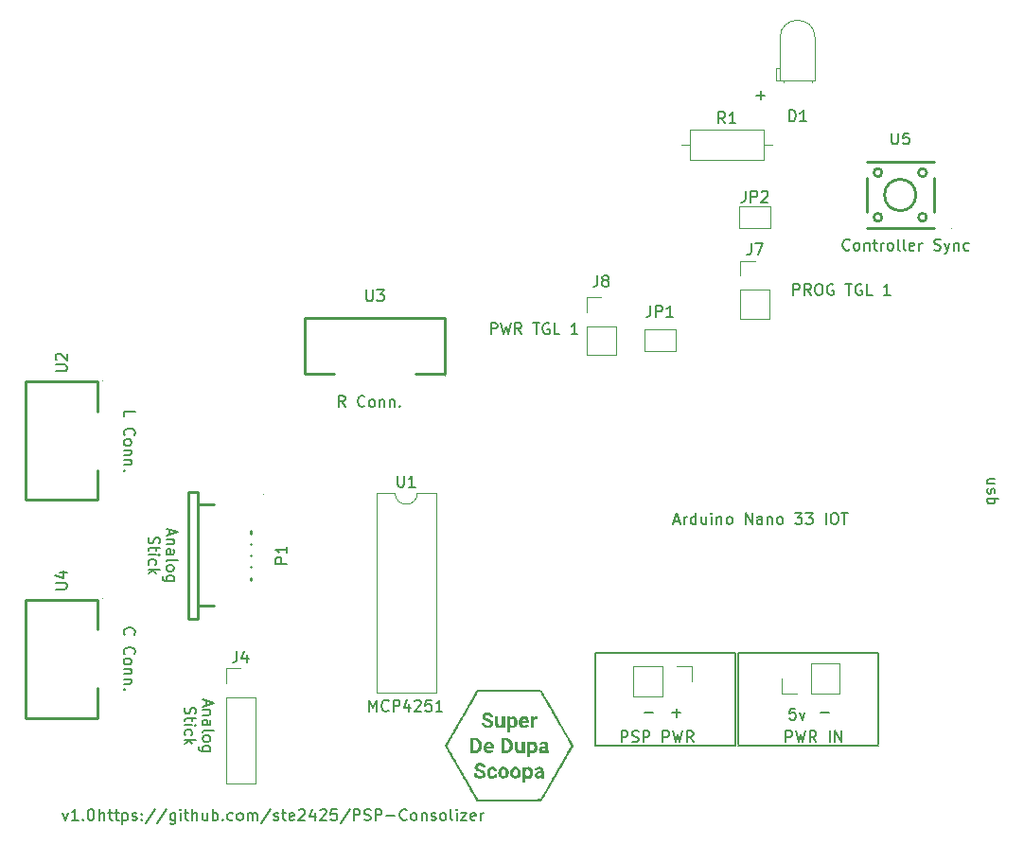
<source format=gbr>
%TF.GenerationSoftware,KiCad,Pcbnew,(6.0.1)*%
%TF.CreationDate,2022-09-26T20:39:57+01:00*%
%TF.ProjectId,psp-bluetooth,7073702d-626c-4756-9574-6f6f74682e6b,4*%
%TF.SameCoordinates,Original*%
%TF.FileFunction,Legend,Top*%
%TF.FilePolarity,Positive*%
%FSLAX46Y46*%
G04 Gerber Fmt 4.6, Leading zero omitted, Abs format (unit mm)*
G04 Created by KiCad (PCBNEW (6.0.1)) date 2022-09-26 20:39:57*
%MOMM*%
%LPD*%
G01*
G04 APERTURE LIST*
%ADD10C,0.150000*%
%ADD11C,0.120000*%
%ADD12C,0.254001*%
%ADD13C,0.059995*%
G04 APERTURE END LIST*
D10*
X187500000Y-87625000D02*
X187500000Y-79500000D01*
X175000000Y-79500000D02*
X175000000Y-87625000D01*
X162250000Y-79500000D02*
X174750000Y-79500000D01*
X175000000Y-79500000D02*
X187500000Y-79500000D01*
X174750000Y-87750000D02*
X162250000Y-87750000D01*
X187500000Y-87750000D02*
X175000000Y-87750000D01*
X174750000Y-79500000D02*
X174750000Y-87750000D01*
X162250000Y-87750000D02*
X162250000Y-79500000D01*
X120047619Y-58333333D02*
X120047619Y-57857142D01*
X121047619Y-57857142D01*
X120142857Y-60000000D02*
X120095238Y-59952380D01*
X120047619Y-59809523D01*
X120047619Y-59714285D01*
X120095238Y-59571428D01*
X120190476Y-59476190D01*
X120285714Y-59428571D01*
X120476190Y-59380952D01*
X120619047Y-59380952D01*
X120809523Y-59428571D01*
X120904761Y-59476190D01*
X121000000Y-59571428D01*
X121047619Y-59714285D01*
X121047619Y-59809523D01*
X121000000Y-59952380D01*
X120952380Y-60000000D01*
X120047619Y-60571428D02*
X120095238Y-60476190D01*
X120142857Y-60428571D01*
X120238095Y-60380952D01*
X120523809Y-60380952D01*
X120619047Y-60428571D01*
X120666666Y-60476190D01*
X120714285Y-60571428D01*
X120714285Y-60714285D01*
X120666666Y-60809523D01*
X120619047Y-60857142D01*
X120523809Y-60904761D01*
X120238095Y-60904761D01*
X120142857Y-60857142D01*
X120095238Y-60809523D01*
X120047619Y-60714285D01*
X120047619Y-60571428D01*
X120714285Y-61333333D02*
X120047619Y-61333333D01*
X120619047Y-61333333D02*
X120666666Y-61380952D01*
X120714285Y-61476190D01*
X120714285Y-61619047D01*
X120666666Y-61714285D01*
X120571428Y-61761904D01*
X120047619Y-61761904D01*
X120714285Y-62238095D02*
X120047619Y-62238095D01*
X120619047Y-62238095D02*
X120666666Y-62285714D01*
X120714285Y-62380952D01*
X120714285Y-62523809D01*
X120666666Y-62619047D01*
X120571428Y-62666666D01*
X120047619Y-62666666D01*
X120142857Y-63142857D02*
X120095238Y-63190476D01*
X120047619Y-63142857D01*
X120095238Y-63095238D01*
X120142857Y-63142857D01*
X120047619Y-63142857D01*
X127388333Y-83690476D02*
X127388333Y-84166666D01*
X127102619Y-83595238D02*
X128102619Y-83928571D01*
X127102619Y-84261904D01*
X127769285Y-84595238D02*
X127102619Y-84595238D01*
X127674047Y-84595238D02*
X127721666Y-84642857D01*
X127769285Y-84738095D01*
X127769285Y-84880952D01*
X127721666Y-84976190D01*
X127626428Y-85023809D01*
X127102619Y-85023809D01*
X127102619Y-85928571D02*
X127626428Y-85928571D01*
X127721666Y-85880952D01*
X127769285Y-85785714D01*
X127769285Y-85595238D01*
X127721666Y-85500000D01*
X127150238Y-85928571D02*
X127102619Y-85833333D01*
X127102619Y-85595238D01*
X127150238Y-85500000D01*
X127245476Y-85452380D01*
X127340714Y-85452380D01*
X127435952Y-85500000D01*
X127483571Y-85595238D01*
X127483571Y-85833333D01*
X127531190Y-85928571D01*
X127102619Y-86547619D02*
X127150238Y-86452380D01*
X127245476Y-86404761D01*
X128102619Y-86404761D01*
X127102619Y-87071428D02*
X127150238Y-86976190D01*
X127197857Y-86928571D01*
X127293095Y-86880952D01*
X127578809Y-86880952D01*
X127674047Y-86928571D01*
X127721666Y-86976190D01*
X127769285Y-87071428D01*
X127769285Y-87214285D01*
X127721666Y-87309523D01*
X127674047Y-87357142D01*
X127578809Y-87404761D01*
X127293095Y-87404761D01*
X127197857Y-87357142D01*
X127150238Y-87309523D01*
X127102619Y-87214285D01*
X127102619Y-87071428D01*
X127769285Y-88261904D02*
X126959761Y-88261904D01*
X126864523Y-88214285D01*
X126816904Y-88166666D01*
X126769285Y-88071428D01*
X126769285Y-87928571D01*
X126816904Y-87833333D01*
X127150238Y-88261904D02*
X127102619Y-88166666D01*
X127102619Y-87976190D01*
X127150238Y-87880952D01*
X127197857Y-87833333D01*
X127293095Y-87785714D01*
X127578809Y-87785714D01*
X127674047Y-87833333D01*
X127721666Y-87880952D01*
X127769285Y-87976190D01*
X127769285Y-88166666D01*
X127721666Y-88261904D01*
X125540238Y-84357142D02*
X125492619Y-84500000D01*
X125492619Y-84738095D01*
X125540238Y-84833333D01*
X125587857Y-84880952D01*
X125683095Y-84928571D01*
X125778333Y-84928571D01*
X125873571Y-84880952D01*
X125921190Y-84833333D01*
X125968809Y-84738095D01*
X126016428Y-84547619D01*
X126064047Y-84452380D01*
X126111666Y-84404761D01*
X126206904Y-84357142D01*
X126302142Y-84357142D01*
X126397380Y-84404761D01*
X126445000Y-84452380D01*
X126492619Y-84547619D01*
X126492619Y-84785714D01*
X126445000Y-84928571D01*
X126159285Y-85214285D02*
X126159285Y-85595238D01*
X126492619Y-85357142D02*
X125635476Y-85357142D01*
X125540238Y-85404761D01*
X125492619Y-85500000D01*
X125492619Y-85595238D01*
X125492619Y-85928571D02*
X126159285Y-85928571D01*
X126492619Y-85928571D02*
X126445000Y-85880952D01*
X126397380Y-85928571D01*
X126445000Y-85976190D01*
X126492619Y-85928571D01*
X126397380Y-85928571D01*
X125540238Y-86833333D02*
X125492619Y-86738095D01*
X125492619Y-86547619D01*
X125540238Y-86452380D01*
X125587857Y-86404761D01*
X125683095Y-86357142D01*
X125968809Y-86357142D01*
X126064047Y-86404761D01*
X126111666Y-86452380D01*
X126159285Y-86547619D01*
X126159285Y-86738095D01*
X126111666Y-86833333D01*
X125492619Y-87261904D02*
X126492619Y-87261904D01*
X125873571Y-87357142D02*
X125492619Y-87642857D01*
X126159285Y-87642857D02*
X125778333Y-87261904D01*
X169119047Y-84821428D02*
X169880952Y-84821428D01*
X169500000Y-85202380D02*
X169500000Y-84440476D01*
X117880952Y-94452380D02*
X117880952Y-93452380D01*
X118309523Y-94452380D02*
X118309523Y-93928571D01*
X118261904Y-93833333D01*
X118166666Y-93785714D01*
X118023809Y-93785714D01*
X117928571Y-93833333D01*
X117880952Y-93880952D01*
X118642857Y-93785714D02*
X119023809Y-93785714D01*
X118785714Y-93452380D02*
X118785714Y-94309523D01*
X118833333Y-94404761D01*
X118928571Y-94452380D01*
X119023809Y-94452380D01*
X119214285Y-93785714D02*
X119595238Y-93785714D01*
X119357142Y-93452380D02*
X119357142Y-94309523D01*
X119404761Y-94404761D01*
X119499999Y-94452380D01*
X119595238Y-94452380D01*
X119928571Y-93785714D02*
X119928571Y-94785714D01*
X119928571Y-93833333D02*
X120023809Y-93785714D01*
X120214285Y-93785714D01*
X120309523Y-93833333D01*
X120357142Y-93880952D01*
X120404761Y-93976190D01*
X120404761Y-94261904D01*
X120357142Y-94357142D01*
X120309523Y-94404761D01*
X120214285Y-94452380D01*
X120023809Y-94452380D01*
X119928571Y-94404761D01*
X120785714Y-94404761D02*
X120880952Y-94452380D01*
X121071428Y-94452380D01*
X121166666Y-94404761D01*
X121214285Y-94309523D01*
X121214285Y-94261904D01*
X121166666Y-94166666D01*
X121071428Y-94119047D01*
X120928571Y-94119047D01*
X120833333Y-94071428D01*
X120785714Y-93976190D01*
X120785714Y-93928571D01*
X120833333Y-93833333D01*
X120928571Y-93785714D01*
X121071428Y-93785714D01*
X121166666Y-93833333D01*
X121642857Y-94357142D02*
X121690476Y-94404761D01*
X121642857Y-94452380D01*
X121595238Y-94404761D01*
X121642857Y-94357142D01*
X121642857Y-94452380D01*
X121642857Y-93833333D02*
X121690476Y-93880952D01*
X121642857Y-93928571D01*
X121595238Y-93880952D01*
X121642857Y-93833333D01*
X121642857Y-93928571D01*
X122833333Y-93404761D02*
X121976190Y-94690476D01*
X123880952Y-93404761D02*
X123023809Y-94690476D01*
X124642857Y-93785714D02*
X124642857Y-94595238D01*
X124595238Y-94690476D01*
X124547619Y-94738095D01*
X124452380Y-94785714D01*
X124309523Y-94785714D01*
X124214285Y-94738095D01*
X124642857Y-94404761D02*
X124547619Y-94452380D01*
X124357142Y-94452380D01*
X124261904Y-94404761D01*
X124214285Y-94357142D01*
X124166666Y-94261904D01*
X124166666Y-93976190D01*
X124214285Y-93880952D01*
X124261904Y-93833333D01*
X124357142Y-93785714D01*
X124547619Y-93785714D01*
X124642857Y-93833333D01*
X125119047Y-94452380D02*
X125119047Y-93785714D01*
X125119047Y-93452380D02*
X125071428Y-93500000D01*
X125119047Y-93547619D01*
X125166666Y-93500000D01*
X125119047Y-93452380D01*
X125119047Y-93547619D01*
X125452380Y-93785714D02*
X125833333Y-93785714D01*
X125595238Y-93452380D02*
X125595238Y-94309523D01*
X125642857Y-94404761D01*
X125738095Y-94452380D01*
X125833333Y-94452380D01*
X126166666Y-94452380D02*
X126166666Y-93452380D01*
X126595238Y-94452380D02*
X126595238Y-93928571D01*
X126547619Y-93833333D01*
X126452380Y-93785714D01*
X126309523Y-93785714D01*
X126214285Y-93833333D01*
X126166666Y-93880952D01*
X127499999Y-93785714D02*
X127499999Y-94452380D01*
X127071428Y-93785714D02*
X127071428Y-94309523D01*
X127119047Y-94404761D01*
X127214285Y-94452380D01*
X127357142Y-94452380D01*
X127452380Y-94404761D01*
X127499999Y-94357142D01*
X127976190Y-94452380D02*
X127976190Y-93452380D01*
X127976190Y-93833333D02*
X128071428Y-93785714D01*
X128261904Y-93785714D01*
X128357142Y-93833333D01*
X128404761Y-93880952D01*
X128452380Y-93976190D01*
X128452380Y-94261904D01*
X128404761Y-94357142D01*
X128357142Y-94404761D01*
X128261904Y-94452380D01*
X128071428Y-94452380D01*
X127976190Y-94404761D01*
X128880952Y-94357142D02*
X128928571Y-94404761D01*
X128880952Y-94452380D01*
X128833333Y-94404761D01*
X128880952Y-94357142D01*
X128880952Y-94452380D01*
X129785714Y-94404761D02*
X129690476Y-94452380D01*
X129499999Y-94452380D01*
X129404761Y-94404761D01*
X129357142Y-94357142D01*
X129309523Y-94261904D01*
X129309523Y-93976190D01*
X129357142Y-93880952D01*
X129404761Y-93833333D01*
X129499999Y-93785714D01*
X129690476Y-93785714D01*
X129785714Y-93833333D01*
X130357142Y-94452380D02*
X130261904Y-94404761D01*
X130214285Y-94357142D01*
X130166666Y-94261904D01*
X130166666Y-93976190D01*
X130214285Y-93880952D01*
X130261904Y-93833333D01*
X130357142Y-93785714D01*
X130499999Y-93785714D01*
X130595238Y-93833333D01*
X130642857Y-93880952D01*
X130690476Y-93976190D01*
X130690476Y-94261904D01*
X130642857Y-94357142D01*
X130595238Y-94404761D01*
X130499999Y-94452380D01*
X130357142Y-94452380D01*
X131119047Y-94452380D02*
X131119047Y-93785714D01*
X131119047Y-93880952D02*
X131166666Y-93833333D01*
X131261904Y-93785714D01*
X131404761Y-93785714D01*
X131499999Y-93833333D01*
X131547619Y-93928571D01*
X131547619Y-94452380D01*
X131547619Y-93928571D02*
X131595238Y-93833333D01*
X131690476Y-93785714D01*
X131833333Y-93785714D01*
X131928571Y-93833333D01*
X131976190Y-93928571D01*
X131976190Y-94452380D01*
X133166666Y-93404761D02*
X132309523Y-94690476D01*
X133452380Y-94404761D02*
X133547619Y-94452380D01*
X133738095Y-94452380D01*
X133833333Y-94404761D01*
X133880952Y-94309523D01*
X133880952Y-94261904D01*
X133833333Y-94166666D01*
X133738095Y-94119047D01*
X133595238Y-94119047D01*
X133499999Y-94071428D01*
X133452380Y-93976190D01*
X133452380Y-93928571D01*
X133499999Y-93833333D01*
X133595238Y-93785714D01*
X133738095Y-93785714D01*
X133833333Y-93833333D01*
X134166666Y-93785714D02*
X134547619Y-93785714D01*
X134309523Y-93452380D02*
X134309523Y-94309523D01*
X134357142Y-94404761D01*
X134452380Y-94452380D01*
X134547619Y-94452380D01*
X135261904Y-94404761D02*
X135166666Y-94452380D01*
X134976190Y-94452380D01*
X134880952Y-94404761D01*
X134833333Y-94309523D01*
X134833333Y-93928571D01*
X134880952Y-93833333D01*
X134976190Y-93785714D01*
X135166666Y-93785714D01*
X135261904Y-93833333D01*
X135309523Y-93928571D01*
X135309523Y-94023809D01*
X134833333Y-94119047D01*
X135690476Y-93547619D02*
X135738095Y-93500000D01*
X135833333Y-93452380D01*
X136071428Y-93452380D01*
X136166666Y-93500000D01*
X136214285Y-93547619D01*
X136261904Y-93642857D01*
X136261904Y-93738095D01*
X136214285Y-93880952D01*
X135642857Y-94452380D01*
X136261904Y-94452380D01*
X137119047Y-93785714D02*
X137119047Y-94452380D01*
X136880952Y-93404761D02*
X136642857Y-94119047D01*
X137261904Y-94119047D01*
X137595238Y-93547619D02*
X137642857Y-93500000D01*
X137738095Y-93452380D01*
X137976190Y-93452380D01*
X138071428Y-93500000D01*
X138119047Y-93547619D01*
X138166666Y-93642857D01*
X138166666Y-93738095D01*
X138119047Y-93880952D01*
X137547619Y-94452380D01*
X138166666Y-94452380D01*
X139071428Y-93452380D02*
X138595238Y-93452380D01*
X138547619Y-93928571D01*
X138595238Y-93880952D01*
X138690476Y-93833333D01*
X138928571Y-93833333D01*
X139023809Y-93880952D01*
X139071428Y-93928571D01*
X139119047Y-94023809D01*
X139119047Y-94261904D01*
X139071428Y-94357142D01*
X139023809Y-94404761D01*
X138928571Y-94452380D01*
X138690476Y-94452380D01*
X138595238Y-94404761D01*
X138547619Y-94357142D01*
X140261904Y-93404761D02*
X139404761Y-94690476D01*
X140595238Y-94452380D02*
X140595238Y-93452380D01*
X140976190Y-93452380D01*
X141071428Y-93500000D01*
X141119047Y-93547619D01*
X141166666Y-93642857D01*
X141166666Y-93785714D01*
X141119047Y-93880952D01*
X141071428Y-93928571D01*
X140976190Y-93976190D01*
X140595238Y-93976190D01*
X141547619Y-94404761D02*
X141690476Y-94452380D01*
X141928571Y-94452380D01*
X142023809Y-94404761D01*
X142071428Y-94357142D01*
X142119047Y-94261904D01*
X142119047Y-94166666D01*
X142071428Y-94071428D01*
X142023809Y-94023809D01*
X141928571Y-93976190D01*
X141738095Y-93928571D01*
X141642857Y-93880952D01*
X141595238Y-93833333D01*
X141547619Y-93738095D01*
X141547619Y-93642857D01*
X141595238Y-93547619D01*
X141642857Y-93500000D01*
X141738095Y-93452380D01*
X141976190Y-93452380D01*
X142119047Y-93500000D01*
X142547619Y-94452380D02*
X142547619Y-93452380D01*
X142928571Y-93452380D01*
X143023809Y-93500000D01*
X143071428Y-93547619D01*
X143119047Y-93642857D01*
X143119047Y-93785714D01*
X143071428Y-93880952D01*
X143023809Y-93928571D01*
X142928571Y-93976190D01*
X142547619Y-93976190D01*
X143547619Y-94071428D02*
X144309523Y-94071428D01*
X145357142Y-94357142D02*
X145309523Y-94404761D01*
X145166666Y-94452380D01*
X145071428Y-94452380D01*
X144928571Y-94404761D01*
X144833333Y-94309523D01*
X144785714Y-94214285D01*
X144738095Y-94023809D01*
X144738095Y-93880952D01*
X144785714Y-93690476D01*
X144833333Y-93595238D01*
X144928571Y-93500000D01*
X145071428Y-93452380D01*
X145166666Y-93452380D01*
X145309523Y-93500000D01*
X145357142Y-93547619D01*
X145928571Y-94452380D02*
X145833333Y-94404761D01*
X145785714Y-94357142D01*
X145738095Y-94261904D01*
X145738095Y-93976190D01*
X145785714Y-93880952D01*
X145833333Y-93833333D01*
X145928571Y-93785714D01*
X146071428Y-93785714D01*
X146166666Y-93833333D01*
X146214285Y-93880952D01*
X146261904Y-93976190D01*
X146261904Y-94261904D01*
X146214285Y-94357142D01*
X146166666Y-94404761D01*
X146071428Y-94452380D01*
X145928571Y-94452380D01*
X146690476Y-93785714D02*
X146690476Y-94452380D01*
X146690476Y-93880952D02*
X146738095Y-93833333D01*
X146833333Y-93785714D01*
X146976190Y-93785714D01*
X147071428Y-93833333D01*
X147119047Y-93928571D01*
X147119047Y-94452380D01*
X147547619Y-94404761D02*
X147642857Y-94452380D01*
X147833333Y-94452380D01*
X147928571Y-94404761D01*
X147976190Y-94309523D01*
X147976190Y-94261904D01*
X147928571Y-94166666D01*
X147833333Y-94119047D01*
X147690476Y-94119047D01*
X147595238Y-94071428D01*
X147547619Y-93976190D01*
X147547619Y-93928571D01*
X147595238Y-93833333D01*
X147690476Y-93785714D01*
X147833333Y-93785714D01*
X147928571Y-93833333D01*
X148547619Y-94452380D02*
X148452380Y-94404761D01*
X148404761Y-94357142D01*
X148357142Y-94261904D01*
X148357142Y-93976190D01*
X148404761Y-93880952D01*
X148452380Y-93833333D01*
X148547619Y-93785714D01*
X148690476Y-93785714D01*
X148785714Y-93833333D01*
X148833333Y-93880952D01*
X148880952Y-93976190D01*
X148880952Y-94261904D01*
X148833333Y-94357142D01*
X148785714Y-94404761D01*
X148690476Y-94452380D01*
X148547619Y-94452380D01*
X149452380Y-94452380D02*
X149357142Y-94404761D01*
X149309523Y-94309523D01*
X149309523Y-93452380D01*
X149833333Y-94452380D02*
X149833333Y-93785714D01*
X149833333Y-93452380D02*
X149785714Y-93500000D01*
X149833333Y-93547619D01*
X149880952Y-93500000D01*
X149833333Y-93452380D01*
X149833333Y-93547619D01*
X150214285Y-93785714D02*
X150738095Y-93785714D01*
X150214285Y-94452380D01*
X150738095Y-94452380D01*
X151500000Y-94404761D02*
X151404761Y-94452380D01*
X151214285Y-94452380D01*
X151119047Y-94404761D01*
X151071428Y-94309523D01*
X151071428Y-93928571D01*
X151119047Y-93833333D01*
X151214285Y-93785714D01*
X151404761Y-93785714D01*
X151500000Y-93833333D01*
X151547619Y-93928571D01*
X151547619Y-94023809D01*
X151071428Y-94119047D01*
X151976190Y-94452380D02*
X151976190Y-93785714D01*
X151976190Y-93976190D02*
X152023809Y-93880952D01*
X152071428Y-93833333D01*
X152166666Y-93785714D01*
X152261904Y-93785714D01*
X197964285Y-64357142D02*
X197297619Y-64357142D01*
X197964285Y-63928571D02*
X197440476Y-63928571D01*
X197345238Y-63976190D01*
X197297619Y-64071428D01*
X197297619Y-64214285D01*
X197345238Y-64309523D01*
X197392857Y-64357142D01*
X197345238Y-64785714D02*
X197297619Y-64880952D01*
X197297619Y-65071428D01*
X197345238Y-65166666D01*
X197440476Y-65214285D01*
X197488095Y-65214285D01*
X197583333Y-65166666D01*
X197630952Y-65071428D01*
X197630952Y-64928571D01*
X197678571Y-64833333D01*
X197773809Y-64785714D01*
X197821428Y-64785714D01*
X197916666Y-64833333D01*
X197964285Y-64928571D01*
X197964285Y-65071428D01*
X197916666Y-65166666D01*
X197297619Y-65642857D02*
X198297619Y-65642857D01*
X197916666Y-65642857D02*
X197964285Y-65738095D01*
X197964285Y-65928571D01*
X197916666Y-66023809D01*
X197869047Y-66071428D01*
X197773809Y-66119047D01*
X197488095Y-66119047D01*
X197392857Y-66071428D01*
X197345238Y-66023809D01*
X197297619Y-65928571D01*
X197297619Y-65738095D01*
X197345238Y-65642857D01*
X152892857Y-50952380D02*
X152892857Y-49952380D01*
X153273809Y-49952380D01*
X153369047Y-50000000D01*
X153416666Y-50047619D01*
X153464285Y-50142857D01*
X153464285Y-50285714D01*
X153416666Y-50380952D01*
X153369047Y-50428571D01*
X153273809Y-50476190D01*
X152892857Y-50476190D01*
X153797619Y-49952380D02*
X154035714Y-50952380D01*
X154226190Y-50238095D01*
X154416666Y-50952380D01*
X154654761Y-49952380D01*
X155607142Y-50952380D02*
X155273809Y-50476190D01*
X155035714Y-50952380D02*
X155035714Y-49952380D01*
X155416666Y-49952380D01*
X155511904Y-50000000D01*
X155559523Y-50047619D01*
X155607142Y-50142857D01*
X155607142Y-50285714D01*
X155559523Y-50380952D01*
X155511904Y-50428571D01*
X155416666Y-50476190D01*
X155035714Y-50476190D01*
X156654761Y-49952380D02*
X157226190Y-49952380D01*
X156940476Y-50952380D02*
X156940476Y-49952380D01*
X158083333Y-50000000D02*
X157988095Y-49952380D01*
X157845238Y-49952380D01*
X157702380Y-50000000D01*
X157607142Y-50095238D01*
X157559523Y-50190476D01*
X157511904Y-50380952D01*
X157511904Y-50523809D01*
X157559523Y-50714285D01*
X157607142Y-50809523D01*
X157702380Y-50904761D01*
X157845238Y-50952380D01*
X157940476Y-50952380D01*
X158083333Y-50904761D01*
X158130952Y-50857142D01*
X158130952Y-50523809D01*
X157940476Y-50523809D01*
X159035714Y-50952380D02*
X158559523Y-50952380D01*
X158559523Y-49952380D01*
X160654761Y-50952380D02*
X160083333Y-50952380D01*
X160369047Y-50952380D02*
X160369047Y-49952380D01*
X160273809Y-50095238D01*
X160178571Y-50190476D01*
X160083333Y-50238095D01*
X180107142Y-84452380D02*
X179630952Y-84452380D01*
X179583333Y-84928571D01*
X179630952Y-84880952D01*
X179726190Y-84833333D01*
X179964285Y-84833333D01*
X180059523Y-84880952D01*
X180107142Y-84928571D01*
X180154761Y-85023809D01*
X180154761Y-85261904D01*
X180107142Y-85357142D01*
X180059523Y-85404761D01*
X179964285Y-85452380D01*
X179726190Y-85452380D01*
X179630952Y-85404761D01*
X179583333Y-85357142D01*
X180488095Y-84785714D02*
X180726190Y-85452380D01*
X180964285Y-84785714D01*
X120142857Y-77833333D02*
X120095238Y-77785714D01*
X120047619Y-77642857D01*
X120047619Y-77547619D01*
X120095238Y-77404761D01*
X120190476Y-77309523D01*
X120285714Y-77261904D01*
X120476190Y-77214285D01*
X120619047Y-77214285D01*
X120809523Y-77261904D01*
X120904761Y-77309523D01*
X121000000Y-77404761D01*
X121047619Y-77547619D01*
X121047619Y-77642857D01*
X121000000Y-77785714D01*
X120952380Y-77833333D01*
X120142857Y-79595238D02*
X120095238Y-79547619D01*
X120047619Y-79404761D01*
X120047619Y-79309523D01*
X120095238Y-79166666D01*
X120190476Y-79071428D01*
X120285714Y-79023809D01*
X120476190Y-78976190D01*
X120619047Y-78976190D01*
X120809523Y-79023809D01*
X120904761Y-79071428D01*
X121000000Y-79166666D01*
X121047619Y-79309523D01*
X121047619Y-79404761D01*
X121000000Y-79547619D01*
X120952380Y-79595238D01*
X120047619Y-80166666D02*
X120095238Y-80071428D01*
X120142857Y-80023809D01*
X120238095Y-79976190D01*
X120523809Y-79976190D01*
X120619047Y-80023809D01*
X120666666Y-80071428D01*
X120714285Y-80166666D01*
X120714285Y-80309523D01*
X120666666Y-80404761D01*
X120619047Y-80452380D01*
X120523809Y-80500000D01*
X120238095Y-80500000D01*
X120142857Y-80452380D01*
X120095238Y-80404761D01*
X120047619Y-80309523D01*
X120047619Y-80166666D01*
X120714285Y-80928571D02*
X120047619Y-80928571D01*
X120619047Y-80928571D02*
X120666666Y-80976190D01*
X120714285Y-81071428D01*
X120714285Y-81214285D01*
X120666666Y-81309523D01*
X120571428Y-81357142D01*
X120047619Y-81357142D01*
X120714285Y-81833333D02*
X120047619Y-81833333D01*
X120619047Y-81833333D02*
X120666666Y-81880952D01*
X120714285Y-81976190D01*
X120714285Y-82119047D01*
X120666666Y-82214285D01*
X120571428Y-82261904D01*
X120047619Y-82261904D01*
X120142857Y-82738095D02*
X120095238Y-82785714D01*
X120047619Y-82738095D01*
X120095238Y-82690476D01*
X120142857Y-82738095D01*
X120047619Y-82738095D01*
X179940476Y-47452380D02*
X179940476Y-46452380D01*
X180321428Y-46452380D01*
X180416666Y-46500000D01*
X180464285Y-46547619D01*
X180511904Y-46642857D01*
X180511904Y-46785714D01*
X180464285Y-46880952D01*
X180416666Y-46928571D01*
X180321428Y-46976190D01*
X179940476Y-46976190D01*
X181511904Y-47452380D02*
X181178571Y-46976190D01*
X180940476Y-47452380D02*
X180940476Y-46452380D01*
X181321428Y-46452380D01*
X181416666Y-46500000D01*
X181464285Y-46547619D01*
X181511904Y-46642857D01*
X181511904Y-46785714D01*
X181464285Y-46880952D01*
X181416666Y-46928571D01*
X181321428Y-46976190D01*
X180940476Y-46976190D01*
X182130952Y-46452380D02*
X182321428Y-46452380D01*
X182416666Y-46500000D01*
X182511904Y-46595238D01*
X182559523Y-46785714D01*
X182559523Y-47119047D01*
X182511904Y-47309523D01*
X182416666Y-47404761D01*
X182321428Y-47452380D01*
X182130952Y-47452380D01*
X182035714Y-47404761D01*
X181940476Y-47309523D01*
X181892857Y-47119047D01*
X181892857Y-46785714D01*
X181940476Y-46595238D01*
X182035714Y-46500000D01*
X182130952Y-46452380D01*
X183511904Y-46500000D02*
X183416666Y-46452380D01*
X183273809Y-46452380D01*
X183130952Y-46500000D01*
X183035714Y-46595238D01*
X182988095Y-46690476D01*
X182940476Y-46880952D01*
X182940476Y-47023809D01*
X182988095Y-47214285D01*
X183035714Y-47309523D01*
X183130952Y-47404761D01*
X183273809Y-47452380D01*
X183369047Y-47452380D01*
X183511904Y-47404761D01*
X183559523Y-47357142D01*
X183559523Y-47023809D01*
X183369047Y-47023809D01*
X184607142Y-46452380D02*
X185178571Y-46452380D01*
X184892857Y-47452380D02*
X184892857Y-46452380D01*
X186035714Y-46500000D02*
X185940476Y-46452380D01*
X185797619Y-46452380D01*
X185654761Y-46500000D01*
X185559523Y-46595238D01*
X185511904Y-46690476D01*
X185464285Y-46880952D01*
X185464285Y-47023809D01*
X185511904Y-47214285D01*
X185559523Y-47309523D01*
X185654761Y-47404761D01*
X185797619Y-47452380D01*
X185892857Y-47452380D01*
X186035714Y-47404761D01*
X186083333Y-47357142D01*
X186083333Y-47023809D01*
X185892857Y-47023809D01*
X186988095Y-47452380D02*
X186511904Y-47452380D01*
X186511904Y-46452380D01*
X188607142Y-47452380D02*
X188035714Y-47452380D01*
X188321428Y-47452380D02*
X188321428Y-46452380D01*
X188226190Y-46595238D01*
X188130952Y-46690476D01*
X188035714Y-46738095D01*
X169285714Y-67666666D02*
X169761904Y-67666666D01*
X169190476Y-67952380D02*
X169523809Y-66952380D01*
X169857142Y-67952380D01*
X170190476Y-67952380D02*
X170190476Y-67285714D01*
X170190476Y-67476190D02*
X170238095Y-67380952D01*
X170285714Y-67333333D01*
X170380952Y-67285714D01*
X170476190Y-67285714D01*
X171238095Y-67952380D02*
X171238095Y-66952380D01*
X171238095Y-67904761D02*
X171142857Y-67952380D01*
X170952380Y-67952380D01*
X170857142Y-67904761D01*
X170809523Y-67857142D01*
X170761904Y-67761904D01*
X170761904Y-67476190D01*
X170809523Y-67380952D01*
X170857142Y-67333333D01*
X170952380Y-67285714D01*
X171142857Y-67285714D01*
X171238095Y-67333333D01*
X172142857Y-67285714D02*
X172142857Y-67952380D01*
X171714285Y-67285714D02*
X171714285Y-67809523D01*
X171761904Y-67904761D01*
X171857142Y-67952380D01*
X172000000Y-67952380D01*
X172095238Y-67904761D01*
X172142857Y-67857142D01*
X172619047Y-67952380D02*
X172619047Y-67285714D01*
X172619047Y-66952380D02*
X172571428Y-67000000D01*
X172619047Y-67047619D01*
X172666666Y-67000000D01*
X172619047Y-66952380D01*
X172619047Y-67047619D01*
X173095238Y-67285714D02*
X173095238Y-67952380D01*
X173095238Y-67380952D02*
X173142857Y-67333333D01*
X173238095Y-67285714D01*
X173380952Y-67285714D01*
X173476190Y-67333333D01*
X173523809Y-67428571D01*
X173523809Y-67952380D01*
X174142857Y-67952380D02*
X174047619Y-67904761D01*
X174000000Y-67857142D01*
X173952380Y-67761904D01*
X173952380Y-67476190D01*
X174000000Y-67380952D01*
X174047619Y-67333333D01*
X174142857Y-67285714D01*
X174285714Y-67285714D01*
X174380952Y-67333333D01*
X174428571Y-67380952D01*
X174476190Y-67476190D01*
X174476190Y-67761904D01*
X174428571Y-67857142D01*
X174380952Y-67904761D01*
X174285714Y-67952380D01*
X174142857Y-67952380D01*
X175666666Y-67952380D02*
X175666666Y-66952380D01*
X176238095Y-67952380D01*
X176238095Y-66952380D01*
X177142857Y-67952380D02*
X177142857Y-67428571D01*
X177095238Y-67333333D01*
X177000000Y-67285714D01*
X176809523Y-67285714D01*
X176714285Y-67333333D01*
X177142857Y-67904761D02*
X177047619Y-67952380D01*
X176809523Y-67952380D01*
X176714285Y-67904761D01*
X176666666Y-67809523D01*
X176666666Y-67714285D01*
X176714285Y-67619047D01*
X176809523Y-67571428D01*
X177047619Y-67571428D01*
X177142857Y-67523809D01*
X177619047Y-67285714D02*
X177619047Y-67952380D01*
X177619047Y-67380952D02*
X177666666Y-67333333D01*
X177761904Y-67285714D01*
X177904761Y-67285714D01*
X178000000Y-67333333D01*
X178047619Y-67428571D01*
X178047619Y-67952380D01*
X178666666Y-67952380D02*
X178571428Y-67904761D01*
X178523809Y-67857142D01*
X178476190Y-67761904D01*
X178476190Y-67476190D01*
X178523809Y-67380952D01*
X178571428Y-67333333D01*
X178666666Y-67285714D01*
X178809523Y-67285714D01*
X178904761Y-67333333D01*
X178952380Y-67380952D01*
X179000000Y-67476190D01*
X179000000Y-67761904D01*
X178952380Y-67857142D01*
X178904761Y-67904761D01*
X178809523Y-67952380D01*
X178666666Y-67952380D01*
X180095238Y-66952380D02*
X180714285Y-66952380D01*
X180380952Y-67333333D01*
X180523809Y-67333333D01*
X180619047Y-67380952D01*
X180666666Y-67428571D01*
X180714285Y-67523809D01*
X180714285Y-67761904D01*
X180666666Y-67857142D01*
X180619047Y-67904761D01*
X180523809Y-67952380D01*
X180238095Y-67952380D01*
X180142857Y-67904761D01*
X180095238Y-67857142D01*
X181047619Y-66952380D02*
X181666666Y-66952380D01*
X181333333Y-67333333D01*
X181476190Y-67333333D01*
X181571428Y-67380952D01*
X181619047Y-67428571D01*
X181666666Y-67523809D01*
X181666666Y-67761904D01*
X181619047Y-67857142D01*
X181571428Y-67904761D01*
X181476190Y-67952380D01*
X181190476Y-67952380D01*
X181095238Y-67904761D01*
X181047619Y-67857142D01*
X182857142Y-67952380D02*
X182857142Y-66952380D01*
X183523809Y-66952380D02*
X183714285Y-66952380D01*
X183809523Y-67000000D01*
X183904761Y-67095238D01*
X183952380Y-67285714D01*
X183952380Y-67619047D01*
X183904761Y-67809523D01*
X183809523Y-67904761D01*
X183714285Y-67952380D01*
X183523809Y-67952380D01*
X183428571Y-67904761D01*
X183333333Y-67809523D01*
X183285714Y-67619047D01*
X183285714Y-67285714D01*
X183333333Y-67095238D01*
X183428571Y-67000000D01*
X183523809Y-66952380D01*
X184238095Y-66952380D02*
X184809523Y-66952380D01*
X184523809Y-67952380D02*
X184523809Y-66952380D01*
X164559523Y-87452380D02*
X164559523Y-86452380D01*
X164940476Y-86452380D01*
X165035714Y-86500000D01*
X165083333Y-86547619D01*
X165130952Y-86642857D01*
X165130952Y-86785714D01*
X165083333Y-86880952D01*
X165035714Y-86928571D01*
X164940476Y-86976190D01*
X164559523Y-86976190D01*
X165511904Y-87404761D02*
X165654761Y-87452380D01*
X165892857Y-87452380D01*
X165988095Y-87404761D01*
X166035714Y-87357142D01*
X166083333Y-87261904D01*
X166083333Y-87166666D01*
X166035714Y-87071428D01*
X165988095Y-87023809D01*
X165892857Y-86976190D01*
X165702380Y-86928571D01*
X165607142Y-86880952D01*
X165559523Y-86833333D01*
X165511904Y-86738095D01*
X165511904Y-86642857D01*
X165559523Y-86547619D01*
X165607142Y-86500000D01*
X165702380Y-86452380D01*
X165940476Y-86452380D01*
X166083333Y-86500000D01*
X166511904Y-87452380D02*
X166511904Y-86452380D01*
X166892857Y-86452380D01*
X166988095Y-86500000D01*
X167035714Y-86547619D01*
X167083333Y-86642857D01*
X167083333Y-86785714D01*
X167035714Y-86880952D01*
X166988095Y-86928571D01*
X166892857Y-86976190D01*
X166511904Y-86976190D01*
X168273809Y-87452380D02*
X168273809Y-86452380D01*
X168654761Y-86452380D01*
X168750000Y-86500000D01*
X168797619Y-86547619D01*
X168845238Y-86642857D01*
X168845238Y-86785714D01*
X168797619Y-86880952D01*
X168750000Y-86928571D01*
X168654761Y-86976190D01*
X168273809Y-86976190D01*
X169178571Y-86452380D02*
X169416666Y-87452380D01*
X169607142Y-86738095D01*
X169797619Y-87452380D01*
X170035714Y-86452380D01*
X170988095Y-87452380D02*
X170654761Y-86976190D01*
X170416666Y-87452380D02*
X170416666Y-86452380D01*
X170797619Y-86452380D01*
X170892857Y-86500000D01*
X170940476Y-86547619D01*
X170988095Y-86642857D01*
X170988095Y-86785714D01*
X170940476Y-86880952D01*
X170892857Y-86928571D01*
X170797619Y-86976190D01*
X170416666Y-86976190D01*
X139833333Y-57452380D02*
X139500000Y-56976190D01*
X139261904Y-57452380D02*
X139261904Y-56452380D01*
X139642857Y-56452380D01*
X139738095Y-56500000D01*
X139785714Y-56547619D01*
X139833333Y-56642857D01*
X139833333Y-56785714D01*
X139785714Y-56880952D01*
X139738095Y-56928571D01*
X139642857Y-56976190D01*
X139261904Y-56976190D01*
X141595238Y-57357142D02*
X141547619Y-57404761D01*
X141404761Y-57452380D01*
X141309523Y-57452380D01*
X141166666Y-57404761D01*
X141071428Y-57309523D01*
X141023809Y-57214285D01*
X140976190Y-57023809D01*
X140976190Y-56880952D01*
X141023809Y-56690476D01*
X141071428Y-56595238D01*
X141166666Y-56500000D01*
X141309523Y-56452380D01*
X141404761Y-56452380D01*
X141547619Y-56500000D01*
X141595238Y-56547619D01*
X142166666Y-57452380D02*
X142071428Y-57404761D01*
X142023809Y-57357142D01*
X141976190Y-57261904D01*
X141976190Y-56976190D01*
X142023809Y-56880952D01*
X142071428Y-56833333D01*
X142166666Y-56785714D01*
X142309523Y-56785714D01*
X142404761Y-56833333D01*
X142452380Y-56880952D01*
X142500000Y-56976190D01*
X142500000Y-57261904D01*
X142452380Y-57357142D01*
X142404761Y-57404761D01*
X142309523Y-57452380D01*
X142166666Y-57452380D01*
X142928571Y-56785714D02*
X142928571Y-57452380D01*
X142928571Y-56880952D02*
X142976190Y-56833333D01*
X143071428Y-56785714D01*
X143214285Y-56785714D01*
X143309523Y-56833333D01*
X143357142Y-56928571D01*
X143357142Y-57452380D01*
X143833333Y-56785714D02*
X143833333Y-57452380D01*
X143833333Y-56880952D02*
X143880952Y-56833333D01*
X143976190Y-56785714D01*
X144119047Y-56785714D01*
X144214285Y-56833333D01*
X144261904Y-56928571D01*
X144261904Y-57452380D01*
X144738095Y-57357142D02*
X144785714Y-57404761D01*
X144738095Y-57452380D01*
X144690476Y-57404761D01*
X144738095Y-57357142D01*
X144738095Y-57452380D01*
X114571428Y-93785714D02*
X114809523Y-94452380D01*
X115047619Y-93785714D01*
X115952380Y-94452380D02*
X115380952Y-94452380D01*
X115666666Y-94452380D02*
X115666666Y-93452380D01*
X115571428Y-93595238D01*
X115476190Y-93690476D01*
X115380952Y-93738095D01*
X116380952Y-94357142D02*
X116428571Y-94404761D01*
X116380952Y-94452380D01*
X116333333Y-94404761D01*
X116380952Y-94357142D01*
X116380952Y-94452380D01*
X117047619Y-93452380D02*
X117142857Y-93452380D01*
X117238095Y-93500000D01*
X117285714Y-93547619D01*
X117333333Y-93642857D01*
X117380952Y-93833333D01*
X117380952Y-94071428D01*
X117333333Y-94261904D01*
X117285714Y-94357142D01*
X117238095Y-94404761D01*
X117142857Y-94452380D01*
X117047619Y-94452380D01*
X116952380Y-94404761D01*
X116904761Y-94357142D01*
X116857142Y-94261904D01*
X116809523Y-94071428D01*
X116809523Y-93833333D01*
X116857142Y-93642857D01*
X116904761Y-93547619D01*
X116952380Y-93500000D01*
X117047619Y-93452380D01*
X179273809Y-87452380D02*
X179273809Y-86452380D01*
X179654761Y-86452380D01*
X179750000Y-86500000D01*
X179797619Y-86547619D01*
X179845238Y-86642857D01*
X179845238Y-86785714D01*
X179797619Y-86880952D01*
X179750000Y-86928571D01*
X179654761Y-86976190D01*
X179273809Y-86976190D01*
X180178571Y-86452380D02*
X180416666Y-87452380D01*
X180607142Y-86738095D01*
X180797619Y-87452380D01*
X181035714Y-86452380D01*
X181988095Y-87452380D02*
X181654761Y-86976190D01*
X181416666Y-87452380D02*
X181416666Y-86452380D01*
X181797619Y-86452380D01*
X181892857Y-86500000D01*
X181940476Y-86547619D01*
X181988095Y-86642857D01*
X181988095Y-86785714D01*
X181940476Y-86880952D01*
X181892857Y-86928571D01*
X181797619Y-86976190D01*
X181416666Y-86976190D01*
X183178571Y-87452380D02*
X183178571Y-86452380D01*
X183654761Y-87452380D02*
X183654761Y-86452380D01*
X184226190Y-87452380D01*
X184226190Y-86452380D01*
X124138333Y-68440476D02*
X124138333Y-68916666D01*
X123852619Y-68345238D02*
X124852619Y-68678571D01*
X123852619Y-69011904D01*
X124519285Y-69345238D02*
X123852619Y-69345238D01*
X124424047Y-69345238D02*
X124471666Y-69392857D01*
X124519285Y-69488095D01*
X124519285Y-69630952D01*
X124471666Y-69726190D01*
X124376428Y-69773809D01*
X123852619Y-69773809D01*
X123852619Y-70678571D02*
X124376428Y-70678571D01*
X124471666Y-70630952D01*
X124519285Y-70535714D01*
X124519285Y-70345238D01*
X124471666Y-70250000D01*
X123900238Y-70678571D02*
X123852619Y-70583333D01*
X123852619Y-70345238D01*
X123900238Y-70250000D01*
X123995476Y-70202380D01*
X124090714Y-70202380D01*
X124185952Y-70250000D01*
X124233571Y-70345238D01*
X124233571Y-70583333D01*
X124281190Y-70678571D01*
X123852619Y-71297619D02*
X123900238Y-71202380D01*
X123995476Y-71154761D01*
X124852619Y-71154761D01*
X123852619Y-71821428D02*
X123900238Y-71726190D01*
X123947857Y-71678571D01*
X124043095Y-71630952D01*
X124328809Y-71630952D01*
X124424047Y-71678571D01*
X124471666Y-71726190D01*
X124519285Y-71821428D01*
X124519285Y-71964285D01*
X124471666Y-72059523D01*
X124424047Y-72107142D01*
X124328809Y-72154761D01*
X124043095Y-72154761D01*
X123947857Y-72107142D01*
X123900238Y-72059523D01*
X123852619Y-71964285D01*
X123852619Y-71821428D01*
X124519285Y-73011904D02*
X123709761Y-73011904D01*
X123614523Y-72964285D01*
X123566904Y-72916666D01*
X123519285Y-72821428D01*
X123519285Y-72678571D01*
X123566904Y-72583333D01*
X123900238Y-73011904D02*
X123852619Y-72916666D01*
X123852619Y-72726190D01*
X123900238Y-72630952D01*
X123947857Y-72583333D01*
X124043095Y-72535714D01*
X124328809Y-72535714D01*
X124424047Y-72583333D01*
X124471666Y-72630952D01*
X124519285Y-72726190D01*
X124519285Y-72916666D01*
X124471666Y-73011904D01*
X122290238Y-69107142D02*
X122242619Y-69250000D01*
X122242619Y-69488095D01*
X122290238Y-69583333D01*
X122337857Y-69630952D01*
X122433095Y-69678571D01*
X122528333Y-69678571D01*
X122623571Y-69630952D01*
X122671190Y-69583333D01*
X122718809Y-69488095D01*
X122766428Y-69297619D01*
X122814047Y-69202380D01*
X122861666Y-69154761D01*
X122956904Y-69107142D01*
X123052142Y-69107142D01*
X123147380Y-69154761D01*
X123195000Y-69202380D01*
X123242619Y-69297619D01*
X123242619Y-69535714D01*
X123195000Y-69678571D01*
X122909285Y-69964285D02*
X122909285Y-70345238D01*
X123242619Y-70107142D02*
X122385476Y-70107142D01*
X122290238Y-70154761D01*
X122242619Y-70250000D01*
X122242619Y-70345238D01*
X122242619Y-70678571D02*
X122909285Y-70678571D01*
X123242619Y-70678571D02*
X123195000Y-70630952D01*
X123147380Y-70678571D01*
X123195000Y-70726190D01*
X123242619Y-70678571D01*
X123147380Y-70678571D01*
X122290238Y-71583333D02*
X122242619Y-71488095D01*
X122242619Y-71297619D01*
X122290238Y-71202380D01*
X122337857Y-71154761D01*
X122433095Y-71107142D01*
X122718809Y-71107142D01*
X122814047Y-71154761D01*
X122861666Y-71202380D01*
X122909285Y-71297619D01*
X122909285Y-71488095D01*
X122861666Y-71583333D01*
X122242619Y-72011904D02*
X123242619Y-72011904D01*
X122623571Y-72107142D02*
X122242619Y-72392857D01*
X122909285Y-72392857D02*
X122528333Y-72011904D01*
X176619047Y-29571428D02*
X177380952Y-29571428D01*
X177000000Y-29952380D02*
X177000000Y-29190476D01*
X182369047Y-84821428D02*
X183130952Y-84821428D01*
X142011904Y-84702380D02*
X142011904Y-83702380D01*
X142345238Y-84416666D01*
X142678571Y-83702380D01*
X142678571Y-84702380D01*
X143726190Y-84607142D02*
X143678571Y-84654761D01*
X143535714Y-84702380D01*
X143440476Y-84702380D01*
X143297619Y-84654761D01*
X143202380Y-84559523D01*
X143154761Y-84464285D01*
X143107142Y-84273809D01*
X143107142Y-84130952D01*
X143154761Y-83940476D01*
X143202380Y-83845238D01*
X143297619Y-83750000D01*
X143440476Y-83702380D01*
X143535714Y-83702380D01*
X143678571Y-83750000D01*
X143726190Y-83797619D01*
X144154761Y-84702380D02*
X144154761Y-83702380D01*
X144535714Y-83702380D01*
X144630952Y-83750000D01*
X144678571Y-83797619D01*
X144726190Y-83892857D01*
X144726190Y-84035714D01*
X144678571Y-84130952D01*
X144630952Y-84178571D01*
X144535714Y-84226190D01*
X144154761Y-84226190D01*
X145583333Y-84035714D02*
X145583333Y-84702380D01*
X145345238Y-83654761D02*
X145107142Y-84369047D01*
X145726190Y-84369047D01*
X146059523Y-83797619D02*
X146107142Y-83750000D01*
X146202380Y-83702380D01*
X146440476Y-83702380D01*
X146535714Y-83750000D01*
X146583333Y-83797619D01*
X146630952Y-83892857D01*
X146630952Y-83988095D01*
X146583333Y-84130952D01*
X146011904Y-84702380D01*
X146630952Y-84702380D01*
X147535714Y-83702380D02*
X147059523Y-83702380D01*
X147011904Y-84178571D01*
X147059523Y-84130952D01*
X147154761Y-84083333D01*
X147392857Y-84083333D01*
X147488095Y-84130952D01*
X147535714Y-84178571D01*
X147583333Y-84273809D01*
X147583333Y-84511904D01*
X147535714Y-84607142D01*
X147488095Y-84654761D01*
X147392857Y-84702380D01*
X147154761Y-84702380D01*
X147059523Y-84654761D01*
X147011904Y-84607142D01*
X148535714Y-84702380D02*
X147964285Y-84702380D01*
X148250000Y-84702380D02*
X148250000Y-83702380D01*
X148154761Y-83845238D01*
X148059523Y-83940476D01*
X147964285Y-83988095D01*
X184976190Y-43357142D02*
X184928571Y-43404761D01*
X184785714Y-43452380D01*
X184690476Y-43452380D01*
X184547619Y-43404761D01*
X184452380Y-43309523D01*
X184404761Y-43214285D01*
X184357142Y-43023809D01*
X184357142Y-42880952D01*
X184404761Y-42690476D01*
X184452380Y-42595238D01*
X184547619Y-42500000D01*
X184690476Y-42452380D01*
X184785714Y-42452380D01*
X184928571Y-42500000D01*
X184976190Y-42547619D01*
X185547619Y-43452380D02*
X185452380Y-43404761D01*
X185404761Y-43357142D01*
X185357142Y-43261904D01*
X185357142Y-42976190D01*
X185404761Y-42880952D01*
X185452380Y-42833333D01*
X185547619Y-42785714D01*
X185690476Y-42785714D01*
X185785714Y-42833333D01*
X185833333Y-42880952D01*
X185880952Y-42976190D01*
X185880952Y-43261904D01*
X185833333Y-43357142D01*
X185785714Y-43404761D01*
X185690476Y-43452380D01*
X185547619Y-43452380D01*
X186309523Y-42785714D02*
X186309523Y-43452380D01*
X186309523Y-42880952D02*
X186357142Y-42833333D01*
X186452380Y-42785714D01*
X186595238Y-42785714D01*
X186690476Y-42833333D01*
X186738095Y-42928571D01*
X186738095Y-43452380D01*
X187071428Y-42785714D02*
X187452380Y-42785714D01*
X187214285Y-42452380D02*
X187214285Y-43309523D01*
X187261904Y-43404761D01*
X187357142Y-43452380D01*
X187452380Y-43452380D01*
X187785714Y-43452380D02*
X187785714Y-42785714D01*
X187785714Y-42976190D02*
X187833333Y-42880952D01*
X187880952Y-42833333D01*
X187976190Y-42785714D01*
X188071428Y-42785714D01*
X188547619Y-43452380D02*
X188452380Y-43404761D01*
X188404761Y-43357142D01*
X188357142Y-43261904D01*
X188357142Y-42976190D01*
X188404761Y-42880952D01*
X188452380Y-42833333D01*
X188547619Y-42785714D01*
X188690476Y-42785714D01*
X188785714Y-42833333D01*
X188833333Y-42880952D01*
X188880952Y-42976190D01*
X188880952Y-43261904D01*
X188833333Y-43357142D01*
X188785714Y-43404761D01*
X188690476Y-43452380D01*
X188547619Y-43452380D01*
X189452380Y-43452380D02*
X189357142Y-43404761D01*
X189309523Y-43309523D01*
X189309523Y-42452380D01*
X189976190Y-43452380D02*
X189880952Y-43404761D01*
X189833333Y-43309523D01*
X189833333Y-42452380D01*
X190738095Y-43404761D02*
X190642857Y-43452380D01*
X190452380Y-43452380D01*
X190357142Y-43404761D01*
X190309523Y-43309523D01*
X190309523Y-42928571D01*
X190357142Y-42833333D01*
X190452380Y-42785714D01*
X190642857Y-42785714D01*
X190738095Y-42833333D01*
X190785714Y-42928571D01*
X190785714Y-43023809D01*
X190309523Y-43119047D01*
X191214285Y-43452380D02*
X191214285Y-42785714D01*
X191214285Y-42976190D02*
X191261904Y-42880952D01*
X191309523Y-42833333D01*
X191404761Y-42785714D01*
X191500000Y-42785714D01*
X192547619Y-43404761D02*
X192690476Y-43452380D01*
X192928571Y-43452380D01*
X193023809Y-43404761D01*
X193071428Y-43357142D01*
X193119047Y-43261904D01*
X193119047Y-43166666D01*
X193071428Y-43071428D01*
X193023809Y-43023809D01*
X192928571Y-42976190D01*
X192738095Y-42928571D01*
X192642857Y-42880952D01*
X192595238Y-42833333D01*
X192547619Y-42738095D01*
X192547619Y-42642857D01*
X192595238Y-42547619D01*
X192642857Y-42500000D01*
X192738095Y-42452380D01*
X192976190Y-42452380D01*
X193119047Y-42500000D01*
X193452380Y-42785714D02*
X193690476Y-43452380D01*
X193928571Y-42785714D02*
X193690476Y-43452380D01*
X193595238Y-43690476D01*
X193547619Y-43738095D01*
X193452380Y-43785714D01*
X194309523Y-42785714D02*
X194309523Y-43452380D01*
X194309523Y-42880952D02*
X194357142Y-42833333D01*
X194452380Y-42785714D01*
X194595238Y-42785714D01*
X194690476Y-42833333D01*
X194738095Y-42928571D01*
X194738095Y-43452380D01*
X195642857Y-43404761D02*
X195547619Y-43452380D01*
X195357142Y-43452380D01*
X195261904Y-43404761D01*
X195214285Y-43357142D01*
X195166666Y-43261904D01*
X195166666Y-42976190D01*
X195214285Y-42880952D01*
X195261904Y-42833333D01*
X195357142Y-42785714D01*
X195547619Y-42785714D01*
X195642857Y-42833333D01*
X166619047Y-84821428D02*
X167380952Y-84821428D01*
%TO.C,U1*%
X144548095Y-63622380D02*
X144548095Y-64431904D01*
X144595714Y-64527142D01*
X144643333Y-64574761D01*
X144738571Y-64622380D01*
X144929047Y-64622380D01*
X145024285Y-64574761D01*
X145071904Y-64527142D01*
X145119523Y-64431904D01*
X145119523Y-63622380D01*
X146119523Y-64622380D02*
X145548095Y-64622380D01*
X145833809Y-64622380D02*
X145833809Y-63622380D01*
X145738571Y-63765238D01*
X145643333Y-63860476D01*
X145548095Y-63908095D01*
%TO.C,JP1*%
X167166666Y-48412380D02*
X167166666Y-49126666D01*
X167119047Y-49269523D01*
X167023809Y-49364761D01*
X166880952Y-49412380D01*
X166785714Y-49412380D01*
X167642857Y-49412380D02*
X167642857Y-48412380D01*
X168023809Y-48412380D01*
X168119047Y-48460000D01*
X168166666Y-48507619D01*
X168214285Y-48602857D01*
X168214285Y-48745714D01*
X168166666Y-48840952D01*
X168119047Y-48888571D01*
X168023809Y-48936190D01*
X167642857Y-48936190D01*
X169166666Y-49412380D02*
X168595238Y-49412380D01*
X168880952Y-49412380D02*
X168880952Y-48412380D01*
X168785714Y-48555238D01*
X168690476Y-48650476D01*
X168595238Y-48698095D01*
%TO.C,JP2*%
X175666666Y-38152380D02*
X175666666Y-38866666D01*
X175619047Y-39009523D01*
X175523809Y-39104761D01*
X175380952Y-39152380D01*
X175285714Y-39152380D01*
X176142857Y-39152380D02*
X176142857Y-38152380D01*
X176523809Y-38152380D01*
X176619047Y-38200000D01*
X176666666Y-38247619D01*
X176714285Y-38342857D01*
X176714285Y-38485714D01*
X176666666Y-38580952D01*
X176619047Y-38628571D01*
X176523809Y-38676190D01*
X176142857Y-38676190D01*
X177095238Y-38247619D02*
X177142857Y-38200000D01*
X177238095Y-38152380D01*
X177476190Y-38152380D01*
X177571428Y-38200000D01*
X177619047Y-38247619D01*
X177666666Y-38342857D01*
X177666666Y-38438095D01*
X177619047Y-38580952D01*
X177047619Y-39152380D01*
X177666666Y-39152380D01*
%TO.C,J7*%
X176166666Y-42847380D02*
X176166666Y-43561666D01*
X176119047Y-43704523D01*
X176023809Y-43799761D01*
X175880952Y-43847380D01*
X175785714Y-43847380D01*
X176547619Y-42847380D02*
X177214285Y-42847380D01*
X176785714Y-43847380D01*
%TO.C,R1*%
X173833333Y-32082380D02*
X173500000Y-31606190D01*
X173261904Y-32082380D02*
X173261904Y-31082380D01*
X173642857Y-31082380D01*
X173738095Y-31130000D01*
X173785714Y-31177619D01*
X173833333Y-31272857D01*
X173833333Y-31415714D01*
X173785714Y-31510952D01*
X173738095Y-31558571D01*
X173642857Y-31606190D01*
X173261904Y-31606190D01*
X174785714Y-32082380D02*
X174214285Y-32082380D01*
X174500000Y-32082380D02*
X174500000Y-31082380D01*
X174404761Y-31225238D01*
X174309523Y-31320476D01*
X174214285Y-31368095D01*
%TO.C,U5*%
X188738095Y-32952380D02*
X188738095Y-33761904D01*
X188785714Y-33857142D01*
X188833333Y-33904761D01*
X188928571Y-33952380D01*
X189119047Y-33952380D01*
X189214285Y-33904761D01*
X189261904Y-33857142D01*
X189309523Y-33761904D01*
X189309523Y-32952380D01*
X190261904Y-32952380D02*
X189785714Y-32952380D01*
X189738095Y-33428571D01*
X189785714Y-33380952D01*
X189880952Y-33333333D01*
X190119047Y-33333333D01*
X190214285Y-33380952D01*
X190261904Y-33428571D01*
X190309523Y-33523809D01*
X190309523Y-33761904D01*
X190261904Y-33857142D01*
X190214285Y-33904761D01*
X190119047Y-33952380D01*
X189880952Y-33952380D01*
X189785714Y-33904761D01*
X189738095Y-33857142D01*
%TO.C,U3*%
X141738095Y-46984956D02*
X141738095Y-47794480D01*
X141785714Y-47889718D01*
X141833333Y-47937337D01*
X141928571Y-47984956D01*
X142119047Y-47984956D01*
X142214285Y-47937337D01*
X142261904Y-47889718D01*
X142309523Y-47794480D01*
X142309523Y-46984956D01*
X142690476Y-46984956D02*
X143309523Y-46984956D01*
X142976190Y-47365909D01*
X143119047Y-47365909D01*
X143214285Y-47413528D01*
X143261904Y-47461147D01*
X143309523Y-47556385D01*
X143309523Y-47794480D01*
X143261904Y-47889718D01*
X143214285Y-47937337D01*
X143119047Y-47984956D01*
X142833333Y-47984956D01*
X142738095Y-47937337D01*
X142690476Y-47889718D01*
%TO.C,J4*%
X130166666Y-79322380D02*
X130166666Y-80036666D01*
X130119047Y-80179523D01*
X130023809Y-80274761D01*
X129880952Y-80322380D01*
X129785714Y-80322380D01*
X131071428Y-79655714D02*
X131071428Y-80322380D01*
X130833333Y-79274761D02*
X130595238Y-79989047D01*
X131214285Y-79989047D01*
%TO.C,D1*%
X179581904Y-31907380D02*
X179581904Y-30907380D01*
X179820000Y-30907380D01*
X179962857Y-30955000D01*
X180058095Y-31050238D01*
X180105714Y-31145476D01*
X180153333Y-31335952D01*
X180153333Y-31478809D01*
X180105714Y-31669285D01*
X180058095Y-31764523D01*
X179962857Y-31859761D01*
X179820000Y-31907380D01*
X179581904Y-31907380D01*
X181105714Y-31907380D02*
X180534285Y-31907380D01*
X180820000Y-31907380D02*
X180820000Y-30907380D01*
X180724761Y-31050238D01*
X180629523Y-31145476D01*
X180534285Y-31193095D01*
%TO.C,P1*%
X134629418Y-71488095D02*
X133629418Y-71488095D01*
X133629418Y-71107142D01*
X133677038Y-71011904D01*
X133724657Y-70964285D01*
X133819895Y-70916666D01*
X133962752Y-70916666D01*
X134057990Y-70964285D01*
X134105609Y-71011904D01*
X134153228Y-71107142D01*
X134153228Y-71488095D01*
X134629418Y-69964285D02*
X134629418Y-70535714D01*
X134629418Y-70250000D02*
X133629418Y-70250000D01*
X133772276Y-70345238D01*
X133867514Y-70440476D01*
X133915133Y-70535714D01*
%TO.C,U4*%
X113952380Y-73761904D02*
X114761904Y-73761904D01*
X114857142Y-73714285D01*
X114904761Y-73666666D01*
X114952380Y-73571428D01*
X114952380Y-73380952D01*
X114904761Y-73285714D01*
X114857142Y-73238095D01*
X114761904Y-73190476D01*
X113952380Y-73190476D01*
X114285714Y-72285714D02*
X114952380Y-72285714D01*
X113904761Y-72523809D02*
X114619047Y-72761904D01*
X114619047Y-72142857D01*
%TO.C,J8*%
X162416666Y-45702380D02*
X162416666Y-46416666D01*
X162369047Y-46559523D01*
X162273809Y-46654761D01*
X162130952Y-46702380D01*
X162035714Y-46702380D01*
X163035714Y-46130952D02*
X162940476Y-46083333D01*
X162892857Y-46035714D01*
X162845238Y-45940476D01*
X162845238Y-45892857D01*
X162892857Y-45797619D01*
X162940476Y-45750000D01*
X163035714Y-45702380D01*
X163226190Y-45702380D01*
X163321428Y-45750000D01*
X163369047Y-45797619D01*
X163416666Y-45892857D01*
X163416666Y-45940476D01*
X163369047Y-46035714D01*
X163321428Y-46083333D01*
X163226190Y-46130952D01*
X163035714Y-46130952D01*
X162940476Y-46178571D01*
X162892857Y-46226190D01*
X162845238Y-46321428D01*
X162845238Y-46511904D01*
X162892857Y-46607142D01*
X162940476Y-46654761D01*
X163035714Y-46702380D01*
X163226190Y-46702380D01*
X163321428Y-46654761D01*
X163369047Y-46607142D01*
X163416666Y-46511904D01*
X163416666Y-46321428D01*
X163369047Y-46226190D01*
X163321428Y-46178571D01*
X163226190Y-46130952D01*
%TO.C,U2*%
X113952380Y-54261904D02*
X114761904Y-54261904D01*
X114857142Y-54214285D01*
X114904761Y-54166666D01*
X114952380Y-54071428D01*
X114952380Y-53880952D01*
X114904761Y-53785714D01*
X114857142Y-53738095D01*
X114761904Y-53690476D01*
X113952380Y-53690476D01*
X114047619Y-53261904D02*
X114000000Y-53214285D01*
X113952380Y-53119047D01*
X113952380Y-52880952D01*
X114000000Y-52785714D01*
X114047619Y-52738095D01*
X114142857Y-52690476D01*
X114238095Y-52690476D01*
X114380952Y-52738095D01*
X114952380Y-53309523D01*
X114952380Y-52690476D01*
D11*
%TO.C,U1*%
X144310000Y-65170000D02*
X142660000Y-65170000D01*
X142660000Y-83070000D02*
X147960000Y-83070000D01*
X147960000Y-65170000D02*
X146310000Y-65170000D01*
X147960000Y-83070000D02*
X147960000Y-65170000D01*
X142660000Y-65170000D02*
X142660000Y-83070000D01*
X144310000Y-65170000D02*
G75*
G03*
X146310000Y-65170000I1000000J0D01*
G01*
%TO.C,JP1*%
X169400000Y-50500000D02*
X169400000Y-52500000D01*
X166600000Y-52500000D02*
X166600000Y-50500000D01*
X169400000Y-52500000D02*
X166600000Y-52500000D01*
X166600000Y-50500000D02*
X169400000Y-50500000D01*
%TO.C,JP2*%
X177900000Y-39500000D02*
X177900000Y-41500000D01*
X177900000Y-41500000D02*
X175100000Y-41500000D01*
X175100000Y-41500000D02*
X175100000Y-39500000D01*
X175100000Y-39500000D02*
X177900000Y-39500000D01*
%TO.C,J2*%
X168230000Y-80670000D02*
X165630000Y-80670000D01*
X169500000Y-80670000D02*
X170830000Y-80670000D01*
X165630000Y-80670000D02*
X165630000Y-83330000D01*
X170830000Y-80670000D02*
X170830000Y-82000000D01*
X168230000Y-83330000D02*
X165630000Y-83330000D01*
X168230000Y-80670000D02*
X168230000Y-83330000D01*
%TO.C,J7*%
X175170000Y-44395000D02*
X176500000Y-44395000D01*
X175170000Y-46995000D02*
X175170000Y-49595000D01*
X175170000Y-49595000D02*
X177830000Y-49595000D01*
X175170000Y-45725000D02*
X175170000Y-44395000D01*
X175170000Y-46995000D02*
X177830000Y-46995000D01*
X177830000Y-46995000D02*
X177830000Y-49595000D01*
%TO.C,R1*%
X170730000Y-35370000D02*
X177270000Y-35370000D01*
X170730000Y-32630000D02*
X170730000Y-35370000D01*
X177270000Y-35370000D02*
X177270000Y-32630000D01*
X178040000Y-34000000D02*
X177270000Y-34000000D01*
X177270000Y-32630000D02*
X170730000Y-32630000D01*
X169960000Y-34000000D02*
X170730000Y-34000000D01*
D12*
%TO.C,U5*%
X186500000Y-41499809D02*
X186500000Y-41457950D01*
X186500000Y-40041694D02*
X186500000Y-36957925D01*
X192500000Y-40041694D02*
X192500000Y-36957925D01*
X192500000Y-35541669D02*
X192500000Y-35500191D01*
X192500000Y-41499809D02*
X186500000Y-41499809D01*
X192500000Y-41499809D02*
X192500000Y-41457950D01*
X186500000Y-35541669D02*
X186500000Y-35500191D01*
X186500254Y-35500191D02*
X192499746Y-35500191D01*
X187860681Y-40499682D02*
G75*
G03*
X187860681Y-40499682I-360681J0D01*
G01*
X191860681Y-40499682D02*
G75*
G03*
X191860681Y-40499682I-360681J0D01*
G01*
X187860681Y-36499682D02*
G75*
G03*
X187860681Y-36499682I-360681J0D01*
G01*
X191860681Y-36499682D02*
G75*
G03*
X191860681Y-36499682I-360681J0D01*
G01*
X190900051Y-38499936D02*
G75*
G03*
X190900051Y-38499936I-1400051J0D01*
G01*
D13*
X194129997Y-41499809D02*
G75*
G03*
X194129997Y-41499809I-29997J0D01*
G01*
%TO.C,G\u002A\u002A\u002A*%
G36*
X152741031Y-84797221D02*
G01*
X152864347Y-84835427D01*
X152902068Y-84854890D01*
X153007603Y-84940202D01*
X153078354Y-85050152D01*
X153102925Y-85127533D01*
X153118040Y-85199004D01*
X152975500Y-85199004D01*
X152898334Y-85197949D01*
X152853483Y-85191653D01*
X152829283Y-85175423D01*
X152814071Y-85144563D01*
X152809699Y-85132276D01*
X152766580Y-85069278D01*
X152696480Y-85027658D01*
X152611965Y-85009545D01*
X152525597Y-85017065D01*
X152449943Y-85052344D01*
X152431587Y-85068283D01*
X152391969Y-85130461D01*
X152394715Y-85192728D01*
X152438283Y-85252629D01*
X152521128Y-85307711D01*
X152604517Y-85343111D01*
X152782573Y-85414244D01*
X152917200Y-85485058D01*
X153008181Y-85555426D01*
X153038233Y-85591897D01*
X153091847Y-85707588D01*
X153105828Y-85825679D01*
X153081967Y-85938282D01*
X153022055Y-86037510D01*
X152927883Y-86115475D01*
X152918093Y-86121013D01*
X152819502Y-86157781D01*
X152696247Y-86179068D01*
X152565256Y-86183691D01*
X152443459Y-86170470D01*
X152393709Y-86157595D01*
X152277746Y-86102836D01*
X152179424Y-86023969D01*
X152106156Y-85929451D01*
X152065357Y-85827742D01*
X152059444Y-85776277D01*
X152062529Y-85749429D01*
X152079066Y-85734577D01*
X152118985Y-85728207D01*
X152192215Y-85726800D01*
X152199156Y-85726797D01*
X152275264Y-85727756D01*
X152318406Y-85733763D01*
X152339597Y-85749510D01*
X152349852Y-85779689D01*
X152352408Y-85792083D01*
X152389083Y-85875981D01*
X152459712Y-85932122D01*
X152548303Y-85958036D01*
X152648753Y-85959971D01*
X152731089Y-85937033D01*
X152789725Y-85894538D01*
X152819079Y-85837800D01*
X152813566Y-85772135D01*
X152789556Y-85728410D01*
X152746197Y-85689722D01*
X152677401Y-85648396D01*
X152617729Y-85621356D01*
X152465923Y-85559541D01*
X152350178Y-85504883D01*
X152264064Y-85453194D01*
X152201147Y-85400282D01*
X152154997Y-85341960D01*
X152134807Y-85306789D01*
X152105847Y-85205686D01*
X152113819Y-85096798D01*
X152155898Y-84991145D01*
X152229256Y-84899744D01*
X152242117Y-84888499D01*
X152342104Y-84830368D01*
X152467115Y-84795343D01*
X152604356Y-84784077D01*
X152741031Y-84797221D01*
G37*
G36*
X152279671Y-87697894D02*
G01*
X152302068Y-87650653D01*
X152384348Y-87533411D01*
X152490963Y-87452092D01*
X152619430Y-87408397D01*
X152663521Y-87402739D01*
X152809963Y-87408931D01*
X152934051Y-87451851D01*
X153033336Y-87529003D01*
X153105368Y-87637894D01*
X153147697Y-87776031D01*
X153158528Y-87906704D01*
X153158528Y-88035888D01*
X152839654Y-88035888D01*
X152711201Y-88037327D01*
X152612191Y-88041433D01*
X152547273Y-88047892D01*
X152521096Y-88056387D01*
X152520779Y-88057532D01*
X152534317Y-88086291D01*
X152568098Y-88131611D01*
X152581256Y-88146855D01*
X152663274Y-88208389D01*
X152760721Y-88230905D01*
X152867192Y-88213564D01*
X152919161Y-88191078D01*
X153011725Y-88142831D01*
X153077904Y-88209010D01*
X153118100Y-88253044D01*
X153129416Y-88281791D01*
X153116340Y-88308617D01*
X153112821Y-88312977D01*
X153075565Y-88343512D01*
X153014246Y-88380512D01*
X152971602Y-88402030D01*
X152824692Y-88447886D01*
X152676419Y-88450008D01*
X152529573Y-88408447D01*
X152497341Y-88393247D01*
X152405785Y-88336136D01*
X152338654Y-88264795D01*
X152311969Y-88224539D01*
X152278014Y-88164088D01*
X152258128Y-88110430D01*
X152248654Y-88047726D01*
X152245941Y-87960135D01*
X152245888Y-87938064D01*
X152248541Y-87836737D01*
X152251869Y-87812360D01*
X152527299Y-87812360D01*
X152534231Y-87826973D01*
X152561353Y-87834597D01*
X152616640Y-87837504D01*
X152706224Y-87837966D01*
X152799575Y-87836662D01*
X152856849Y-87831805D01*
X152885900Y-87821972D01*
X152894581Y-87805745D01*
X152894632Y-87803886D01*
X152879338Y-87740958D01*
X152841533Y-87678906D01*
X152793328Y-87635389D01*
X152773280Y-87626982D01*
X152682710Y-87622855D01*
X152608783Y-87658832D01*
X152553584Y-87733516D01*
X152532583Y-87788485D01*
X152527299Y-87812360D01*
X152251869Y-87812360D01*
X152258702Y-87762308D01*
X152279671Y-87697894D01*
G37*
G36*
X156867609Y-90187056D02*
G01*
X156968263Y-90126147D01*
X157101096Y-90090548D01*
X157232424Y-90081205D01*
X157303623Y-90079879D01*
X157341399Y-90072958D01*
X157356299Y-90055763D01*
X157358875Y-90025104D01*
X157343248Y-89971763D01*
X157305025Y-89916629D01*
X157257196Y-89874855D01*
X157218362Y-89861169D01*
X157159689Y-89871240D01*
X157106812Y-89895841D01*
X157075747Y-89926552D01*
X157072987Y-89937594D01*
X157063992Y-89956201D01*
X157031434Y-89966621D01*
X156966957Y-89970781D01*
X156927659Y-89971126D01*
X156782332Y-89971126D01*
X156796484Y-89910649D01*
X156830288Y-89842843D01*
X156893163Y-89774598D01*
X156971964Y-89717820D01*
X157043421Y-89686968D01*
X157179654Y-89665031D01*
X157314782Y-89671535D01*
X157432312Y-89705589D01*
X157438075Y-89708310D01*
X157495632Y-89738783D01*
X157538945Y-89771287D01*
X157570332Y-89812494D01*
X157592112Y-89869080D01*
X157606600Y-89947719D01*
X157616114Y-90055085D01*
X157622973Y-90197854D01*
X157624766Y-90246017D01*
X157630177Y-90372214D01*
X157636633Y-90484895D01*
X157643539Y-90575908D01*
X157650302Y-90637105D01*
X157654844Y-90658355D01*
X157659288Y-90678945D01*
X157644692Y-90690561D01*
X157602718Y-90695694D01*
X157526162Y-90696840D01*
X157445235Y-90694699D01*
X157399954Y-90687037D01*
X157382137Y-90671997D01*
X157380866Y-90663853D01*
X157379952Y-90640976D01*
X157370454Y-90634156D01*
X157342233Y-90644519D01*
X157285153Y-90673192D01*
X157281905Y-90674849D01*
X157164938Y-90712284D01*
X157043317Y-90712408D01*
X156941477Y-90680312D01*
X156847183Y-90611192D01*
X156789064Y-90519026D01*
X156769806Y-90408563D01*
X156771313Y-90379330D01*
X156776844Y-90359484D01*
X157053183Y-90359484D01*
X157055479Y-90422193D01*
X157075097Y-90470058D01*
X157077385Y-90472528D01*
X157126168Y-90495003D01*
X157194891Y-90498394D01*
X157264577Y-90484105D01*
X157314892Y-90454935D01*
X157351646Y-90387080D01*
X157358875Y-90322987D01*
X157356098Y-90266489D01*
X157342016Y-90241371D01*
X157307999Y-90235112D01*
X157298253Y-90235022D01*
X157224082Y-90242418D01*
X157149986Y-90261273D01*
X157092070Y-90286587D01*
X157069372Y-90306092D01*
X157053183Y-90359484D01*
X156776844Y-90359484D01*
X156801253Y-90271907D01*
X156867609Y-90187056D01*
G37*
G36*
X153532381Y-85517879D02*
G01*
X153532768Y-85653296D01*
X153534436Y-85751774D01*
X153538145Y-85820350D01*
X153544658Y-85866066D01*
X153554734Y-85895959D01*
X153569136Y-85917071D01*
X153576364Y-85924719D01*
X153638534Y-85958900D01*
X153715178Y-85964019D01*
X153789544Y-85941993D01*
X153844883Y-85894736D01*
X153845421Y-85893937D01*
X153850895Y-85864688D01*
X153855618Y-85799434D01*
X153859245Y-85706154D01*
X153861430Y-85592825D01*
X153861914Y-85512381D01*
X153862251Y-85155022D01*
X154148139Y-85155022D01*
X154148139Y-86166624D01*
X154016191Y-86166624D01*
X153939574Y-86164090D01*
X153898439Y-86155110D01*
X153884503Y-86137611D01*
X153884243Y-86133636D01*
X153881452Y-86109327D01*
X153866794Y-86103815D01*
X153830837Y-86118093D01*
X153780030Y-86144632D01*
X153672995Y-86180377D01*
X153554853Y-86185422D01*
X153444597Y-86159475D01*
X153424289Y-86150096D01*
X153373884Y-86120029D01*
X153335528Y-86084098D01*
X153307622Y-86036218D01*
X153288570Y-85970304D01*
X153276773Y-85880272D01*
X153270635Y-85760037D01*
X153268557Y-85603516D01*
X153268485Y-85556707D01*
X153268485Y-85155022D01*
X153532381Y-85155022D01*
X153532381Y-85517879D01*
G37*
G36*
X155863463Y-89685238D02*
G01*
X155936856Y-89686663D01*
X155976502Y-89693404D01*
X155992607Y-89709158D01*
X155995411Y-89733054D01*
X155995411Y-89780870D01*
X156049020Y-89730507D01*
X156120447Y-89689139D01*
X156215460Y-89668341D01*
X156317621Y-89670446D01*
X156376553Y-89684015D01*
X156462179Y-89731852D01*
X156539411Y-89809550D01*
X156595706Y-89903184D01*
X156609847Y-89943035D01*
X156624050Y-90024057D01*
X156631247Y-90128762D01*
X156631491Y-90241102D01*
X156624840Y-90345028D01*
X156611349Y-90424492D01*
X156608132Y-90435160D01*
X156549106Y-90554440D01*
X156465743Y-90643594D01*
X156364679Y-90699624D01*
X156252551Y-90719534D01*
X156135995Y-90700325D01*
X156077553Y-90674806D01*
X155995411Y-90630780D01*
X155995411Y-91092684D01*
X155731515Y-91092684D01*
X155731515Y-90191039D01*
X155995411Y-90191039D01*
X155996038Y-90290935D01*
X155999374Y-90356750D01*
X156007608Y-90398384D01*
X156022926Y-90425734D01*
X156047515Y-90448701D01*
X156053355Y-90453339D01*
X156133011Y-90492695D01*
X156214078Y-90491993D01*
X156286544Y-90451512D01*
X156291533Y-90446701D01*
X156335579Y-90375664D01*
X156360608Y-90279050D01*
X156366621Y-90170943D01*
X156353616Y-90065424D01*
X156321595Y-89976577D01*
X156291533Y-89935378D01*
X156220155Y-89891812D01*
X156139399Y-89888004D01*
X156059274Y-89924232D01*
X156053355Y-89928739D01*
X156026778Y-89951987D01*
X156009883Y-89977757D01*
X156000483Y-90015947D01*
X155996392Y-90076457D01*
X155995423Y-90169184D01*
X155995411Y-90191039D01*
X155731515Y-90191039D01*
X155731515Y-89685238D01*
X155863463Y-89685238D01*
G37*
G36*
X148820290Y-87641249D02*
G01*
X148862483Y-87566788D01*
X148917940Y-87470066D01*
X148982168Y-87358923D01*
X149040649Y-87258375D01*
X149105154Y-87147381D01*
X149161230Y-87050072D01*
X149205395Y-86972560D01*
X149234165Y-86920957D01*
X149244069Y-86901443D01*
X149254995Y-86880140D01*
X149283552Y-86832523D01*
X149321039Y-86772869D01*
X149360478Y-86709831D01*
X149388237Y-86662820D01*
X149398009Y-86642811D01*
X149408602Y-86621681D01*
X149438076Y-86568725D01*
X149482974Y-86490004D01*
X149539838Y-86391578D01*
X149605210Y-86279510D01*
X149606927Y-86276580D01*
X149672446Y-86164360D01*
X149729551Y-86065753D01*
X149774787Y-85986791D01*
X149804700Y-85933502D01*
X149815836Y-85911919D01*
X149815844Y-85911833D01*
X149826769Y-85890530D01*
X149855327Y-85842912D01*
X149892814Y-85783258D01*
X149932248Y-85720262D01*
X149960006Y-85673339D01*
X149969784Y-85653433D01*
X149980430Y-85632661D01*
X150010407Y-85579094D01*
X150056771Y-85497862D01*
X150116581Y-85394095D01*
X150186892Y-85272923D01*
X150255671Y-85155022D01*
X150332789Y-85022923D01*
X150402026Y-84903910D01*
X150460446Y-84803064D01*
X150505110Y-84725469D01*
X150533082Y-84676206D01*
X150541559Y-84660309D01*
X150552169Y-84640519D01*
X150581926Y-84588177D01*
X150627723Y-84508670D01*
X150686450Y-84407381D01*
X150754999Y-84289697D01*
X150797165Y-84217534D01*
X150872535Y-84088473D01*
X150942302Y-83968611D01*
X151002753Y-83864359D01*
X151050171Y-83782131D01*
X151080844Y-83728339D01*
X151088550Y-83714463D01*
X151109816Y-83676562D01*
X151149509Y-83607117D01*
X151203910Y-83512583D01*
X151269298Y-83399418D01*
X151341956Y-83274076D01*
X151376765Y-83214160D01*
X151629201Y-82779957D01*
X154483042Y-82779957D01*
X154895340Y-82779964D01*
X155265884Y-82780010D01*
X155596903Y-82780127D01*
X155890627Y-82780351D01*
X156149284Y-82780717D01*
X156375104Y-82781257D01*
X156570315Y-82782007D01*
X156737146Y-82783001D01*
X156877827Y-82784273D01*
X156994587Y-82785858D01*
X157089654Y-82787790D01*
X157165258Y-82790104D01*
X157223627Y-82792833D01*
X157266991Y-82796012D01*
X157297578Y-82799676D01*
X157317619Y-82803859D01*
X157329340Y-82808595D01*
X157334973Y-82813918D01*
X157336745Y-82819863D01*
X157336883Y-82823940D01*
X157341920Y-82859996D01*
X157364075Y-82864048D01*
X157400856Y-82847002D01*
X157428568Y-82840716D01*
X157454609Y-82860328D01*
X157487916Y-82912928D01*
X157490997Y-82918474D01*
X157514711Y-82960466D01*
X157557310Y-83034944D01*
X157615596Y-83136357D01*
X157686373Y-83259152D01*
X157766443Y-83397778D01*
X157852608Y-83546684D01*
X157886181Y-83604632D01*
X158238463Y-84213025D01*
X158594606Y-84829168D01*
X158944224Y-85435088D01*
X159124968Y-85748788D01*
X159204870Y-85887219D01*
X159280257Y-86017227D01*
X159347517Y-86132629D01*
X159403037Y-86227241D01*
X159443203Y-86294879D01*
X159461966Y-86325589D01*
X159493507Y-86377150D01*
X159512003Y-86411026D01*
X159514026Y-86416735D01*
X159524616Y-86437676D01*
X159554083Y-86490459D01*
X159598970Y-86569036D01*
X159655821Y-86667356D01*
X159721180Y-86779372D01*
X159722944Y-86782381D01*
X159788435Y-86894452D01*
X159845520Y-86992744D01*
X159890751Y-87071270D01*
X159920678Y-87124040D01*
X159931852Y-87145065D01*
X159931862Y-87145140D01*
X159942388Y-87165241D01*
X159971461Y-87216695D01*
X160015322Y-87292951D01*
X160070210Y-87387456D01*
X160107792Y-87451764D01*
X160167633Y-87554459D01*
X160218742Y-87643184D01*
X160257351Y-87711314D01*
X160279692Y-87752228D01*
X160283723Y-87760996D01*
X160273182Y-87782010D01*
X160244070Y-87834289D01*
X160200155Y-87911211D01*
X160145204Y-88006152D01*
X160107792Y-88070228D01*
X160047992Y-88172697D01*
X159996908Y-88260946D01*
X159958301Y-88328420D01*
X159935930Y-88368568D01*
X159931862Y-88376851D01*
X159921285Y-88396862D01*
X159891855Y-88448792D01*
X159847021Y-88526653D01*
X159790232Y-88624455D01*
X159724937Y-88736209D01*
X159722944Y-88739611D01*
X159657424Y-88851831D01*
X159600320Y-88950438D01*
X159555084Y-89029400D01*
X159525170Y-89082688D01*
X159514034Y-89104272D01*
X159514026Y-89104358D01*
X159503101Y-89125661D01*
X159474544Y-89173278D01*
X159437056Y-89232932D01*
X159397617Y-89295970D01*
X159369859Y-89342982D01*
X159360087Y-89362990D01*
X159349494Y-89384120D01*
X159320019Y-89437076D01*
X159275122Y-89515797D01*
X159218258Y-89614223D01*
X159152886Y-89726291D01*
X159151169Y-89729221D01*
X159085677Y-89841299D01*
X159028590Y-89939607D01*
X158983359Y-90018154D01*
X158953433Y-90070950D01*
X158942261Y-90092002D01*
X158942251Y-90092078D01*
X158931674Y-90112120D01*
X158902243Y-90164080D01*
X158857407Y-90241965D01*
X158800616Y-90339784D01*
X158735319Y-90451547D01*
X158733333Y-90454935D01*
X158667801Y-90567223D01*
X158610688Y-90665972D01*
X158565449Y-90745132D01*
X158535542Y-90798655D01*
X158524423Y-90820492D01*
X158524416Y-90820581D01*
X158513718Y-90843010D01*
X158486761Y-90888805D01*
X158472462Y-90911727D01*
X158445213Y-90956557D01*
X158400625Y-91032001D01*
X158343135Y-91130458D01*
X158277183Y-91244328D01*
X158207204Y-91366011D01*
X158206307Y-91367576D01*
X158134479Y-91492768D01*
X158064986Y-91613578D01*
X158002760Y-91721457D01*
X157952732Y-91807854D01*
X157920915Y-91862381D01*
X157887584Y-91919396D01*
X157837062Y-92006306D01*
X157774114Y-92114893D01*
X157703501Y-92236939D01*
X157629989Y-92364226D01*
X157624535Y-92373680D01*
X157399345Y-92764026D01*
X151641677Y-92764026D01*
X151589621Y-92681559D01*
X151557709Y-92629180D01*
X151510768Y-92549865D01*
X151455451Y-92454940D01*
X151405525Y-92368182D01*
X151314780Y-92209721D01*
X151206889Y-92021701D01*
X151086748Y-91812623D01*
X150959250Y-91590991D01*
X150829293Y-91365305D01*
X150701771Y-91144068D01*
X150581579Y-90935781D01*
X150473612Y-90748948D01*
X150398884Y-90619870D01*
X150341579Y-90520739D01*
X150286513Y-90425037D01*
X150240902Y-90345324D01*
X150217142Y-90303417D01*
X150186672Y-90250031D01*
X150139449Y-90168256D01*
X150081002Y-90067623D01*
X150016858Y-89957665D01*
X149989351Y-89910655D01*
X149929981Y-89808884D01*
X149879357Y-89721324D01*
X149841267Y-89654587D01*
X149819499Y-89615289D01*
X149815844Y-89607670D01*
X149805431Y-89587025D01*
X149777608Y-89537637D01*
X149737503Y-89468532D01*
X149718280Y-89435884D01*
X149670300Y-89354251D01*
X149608248Y-89247984D01*
X149537393Y-89126174D01*
X149463001Y-88997916D01*
X149390341Y-88872300D01*
X149324679Y-88758419D01*
X149271283Y-88665367D01*
X149238473Y-88607662D01*
X149211584Y-88560565D01*
X149167981Y-88484899D01*
X149113111Y-88390086D01*
X149052420Y-88285551D01*
X149035112Y-88255801D01*
X148971748Y-88146597D01*
X148910778Y-88040921D01*
X148858344Y-87949460D01*
X148820592Y-87882901D01*
X148814796Y-87872535D01*
X148754475Y-87764161D01*
X148756142Y-87760996D01*
X148980173Y-87760996D01*
X148990577Y-87785149D01*
X149018939Y-87839345D01*
X149060991Y-87915679D01*
X149112460Y-88006243D01*
X149115128Y-88010869D01*
X149172065Y-88109703D01*
X149225152Y-88202094D01*
X149268171Y-88277209D01*
X149293531Y-88321775D01*
X149342072Y-88407154D01*
X149402531Y-88512562D01*
X149470710Y-88630782D01*
X149542414Y-88754597D01*
X149613447Y-88876789D01*
X149679612Y-88990140D01*
X149736714Y-89087433D01*
X149780555Y-89161452D01*
X149806941Y-89204977D01*
X149807874Y-89206455D01*
X149839358Y-89258029D01*
X149857814Y-89291905D01*
X149859827Y-89297601D01*
X149870417Y-89318542D01*
X149899884Y-89371325D01*
X149944771Y-89449902D01*
X150001622Y-89548222D01*
X150066981Y-89660238D01*
X150068745Y-89663247D01*
X150134234Y-89775307D01*
X150191318Y-89873579D01*
X150236548Y-89952075D01*
X150266476Y-90004810D01*
X150277653Y-90025797D01*
X150277662Y-90025872D01*
X150288297Y-90045712D01*
X150318241Y-90098405D01*
X150364558Y-90178866D01*
X150424309Y-90282007D01*
X150494558Y-90402741D01*
X150563550Y-90520909D01*
X150640671Y-90653021D01*
X150709910Y-90772062D01*
X150768330Y-90872946D01*
X150812994Y-90950588D01*
X150840964Y-90999903D01*
X150849437Y-91015848D01*
X150859971Y-91035858D01*
X150889082Y-91087277D01*
X150933039Y-91163610D01*
X150988110Y-91258362D01*
X151028053Y-91326676D01*
X151116432Y-91477752D01*
X151209567Y-91637514D01*
X151311435Y-91812807D01*
X151426015Y-92010481D01*
X151557284Y-92237381D01*
X151601108Y-92313204D01*
X151644051Y-92389086D01*
X151683847Y-92461964D01*
X151700943Y-92494632D01*
X151737237Y-92566104D01*
X154512376Y-92566104D01*
X154935150Y-92566022D01*
X155315861Y-92565763D01*
X155656429Y-92565309D01*
X155958772Y-92564641D01*
X156224811Y-92563739D01*
X156456465Y-92562585D01*
X156655653Y-92561161D01*
X156824294Y-92559446D01*
X156964309Y-92557423D01*
X157077617Y-92555072D01*
X157166136Y-92552375D01*
X157231787Y-92549313D01*
X157276489Y-92545867D01*
X157302161Y-92542018D01*
X157310305Y-92538615D01*
X157331933Y-92506796D01*
X157367682Y-92448575D01*
X157410212Y-92375940D01*
X157414648Y-92368182D01*
X157454068Y-92299102D01*
X157488676Y-92238509D01*
X157521805Y-92180599D01*
X157556787Y-92119567D01*
X157596956Y-92049608D01*
X157645645Y-91964918D01*
X157706186Y-91859691D01*
X157781912Y-91728125D01*
X157876157Y-91564413D01*
X157879160Y-91559196D01*
X157961309Y-91416401D01*
X158038961Y-91281234D01*
X158108589Y-91159850D01*
X158166666Y-91058402D01*
X158209665Y-90983046D01*
X158233370Y-90941166D01*
X158263733Y-90887784D01*
X158310864Y-90806015D01*
X158369243Y-90705389D01*
X158433348Y-90595437D01*
X158460866Y-90548404D01*
X158520227Y-90446686D01*
X158570845Y-90359235D01*
X158608934Y-90292651D01*
X158630710Y-90253530D01*
X158634372Y-90246017D01*
X158644895Y-90225944D01*
X158673937Y-90174562D01*
X158717714Y-90098469D01*
X158772441Y-90004263D01*
X158807879Y-89943631D01*
X158872768Y-89832596D01*
X158934298Y-89726855D01*
X158986941Y-89635939D01*
X159025170Y-89569379D01*
X159035660Y-89550869D01*
X159066274Y-89496964D01*
X159113331Y-89414768D01*
X159171225Y-89314048D01*
X159234348Y-89204569D01*
X159257498Y-89164501D01*
X159319724Y-89056824D01*
X159377440Y-88956862D01*
X159425502Y-88873531D01*
X159458766Y-88815745D01*
X159466854Y-88801644D01*
X159499275Y-88745257D01*
X159544087Y-88667647D01*
X159591557Y-88585671D01*
X159649178Y-88485913D01*
X159719510Y-88363525D01*
X159795819Y-88230284D01*
X159871374Y-88097964D01*
X159939442Y-87978341D01*
X159993290Y-87883192D01*
X159999965Y-87871329D01*
X160061566Y-87761749D01*
X160000516Y-87651416D01*
X159969746Y-87596622D01*
X159921787Y-87512210D01*
X159861467Y-87406634D01*
X159793617Y-87288350D01*
X159730225Y-87178225D01*
X159575223Y-86909471D01*
X159440219Y-86675485D01*
X159323278Y-86472916D01*
X159222463Y-86298411D01*
X159135837Y-86148615D01*
X159063495Y-86023680D01*
X159008049Y-85927859D01*
X158956613Y-85838717D01*
X158915634Y-85767444D01*
X158894673Y-85730737D01*
X158869011Y-85685836D01*
X158826449Y-85611782D01*
X158772120Y-85517489D01*
X158711155Y-85411870D01*
X158685733Y-85367880D01*
X158608754Y-85234659D01*
X158522082Y-85084556D01*
X158436191Y-84935721D01*
X158361561Y-84806302D01*
X158359750Y-84803160D01*
X158288202Y-84679112D01*
X158210472Y-84544500D01*
X158135930Y-84415544D01*
X158073948Y-84308465D01*
X158073884Y-84308355D01*
X158018151Y-84211994D01*
X157966161Y-84121774D01*
X157924479Y-84049110D01*
X157903072Y-84011472D01*
X157876179Y-83964375D01*
X157832573Y-83888708D01*
X157777700Y-83793895D01*
X157717008Y-83689360D01*
X157699701Y-83659611D01*
X157636452Y-83550611D01*
X157575708Y-83445338D01*
X157523570Y-83354407D01*
X157486142Y-83288433D01*
X157480345Y-83278065D01*
X157432099Y-83192548D01*
X157379917Y-83101734D01*
X157360902Y-83069147D01*
X157300818Y-82966883D01*
X154527283Y-82961301D01*
X151753747Y-82955719D01*
X151629075Y-83170219D01*
X151567724Y-83275721D01*
X151504135Y-83384987D01*
X151447657Y-83481954D01*
X151421007Y-83527662D01*
X151386401Y-83587160D01*
X151333998Y-83677488D01*
X151268002Y-83791392D01*
X151192613Y-83921616D01*
X151112035Y-84060906D01*
X151057973Y-84154416D01*
X150975833Y-84296528D01*
X150895720Y-84435132D01*
X150821936Y-84562787D01*
X150758781Y-84672051D01*
X150710556Y-84755484D01*
X150689354Y-84792165D01*
X150637448Y-84881521D01*
X150585059Y-84970994D01*
X150543078Y-85041983D01*
X150541237Y-85045065D01*
X150510850Y-85096585D01*
X150463131Y-85178279D01*
X150402682Y-85282200D01*
X150334103Y-85400398D01*
X150261996Y-85524924D01*
X150190962Y-85647829D01*
X150125602Y-85761164D01*
X150070518Y-85856980D01*
X150030309Y-85927329D01*
X150019335Y-85946710D01*
X149977430Y-86020362D01*
X149916678Y-86126102D01*
X149840471Y-86258070D01*
X149752199Y-86410407D01*
X149655253Y-86577254D01*
X149553026Y-86752750D01*
X149529325Y-86793377D01*
X149462725Y-86907654D01*
X149400775Y-87014230D01*
X149348199Y-87104961D01*
X149309719Y-87171700D01*
X149293452Y-87200217D01*
X149265233Y-87249842D01*
X149221217Y-87326716D01*
X149167618Y-87420008D01*
X149115128Y-87511123D01*
X149063309Y-87602176D01*
X149020701Y-87679384D01*
X148991574Y-87734840D01*
X148980199Y-87760635D01*
X148980173Y-87760996D01*
X148756142Y-87760996D01*
X148795852Y-87685609D01*
X148820290Y-87641249D01*
G37*
G36*
X154609957Y-90191039D02*
G01*
X154627481Y-90031018D01*
X154677990Y-89896223D01*
X154758388Y-89789691D01*
X154865581Y-89714462D01*
X154996474Y-89673573D01*
X155141290Y-89669424D01*
X155282961Y-89701114D01*
X155397768Y-89766841D01*
X155484110Y-89864637D01*
X155540383Y-89992535D01*
X155564987Y-90148566D01*
X155566001Y-90191039D01*
X155550382Y-90351957D01*
X155502634Y-90484405D01*
X155421419Y-90591317D01*
X155361011Y-90640995D01*
X155254663Y-90692039D01*
X155128808Y-90716139D01*
X154999650Y-90712027D01*
X154883393Y-90678434D01*
X154883293Y-90678388D01*
X154769167Y-90601837D01*
X154684062Y-90494437D01*
X154630262Y-90360262D01*
X154610627Y-90207831D01*
X154890420Y-90207831D01*
X154897157Y-90299084D01*
X154927146Y-90391568D01*
X154982586Y-90458144D01*
X155055289Y-90493804D01*
X155137064Y-90493539D01*
X155185039Y-90475156D01*
X155236901Y-90425141D01*
X155271401Y-90347204D01*
X155288816Y-90252158D01*
X155289426Y-90150813D01*
X155273509Y-90053982D01*
X155241342Y-89972477D01*
X155193203Y-89917108D01*
X155170368Y-89905012D01*
X155089040Y-89884974D01*
X155023465Y-89898065D01*
X154973322Y-89932641D01*
X154928131Y-89997491D01*
X154899736Y-90092881D01*
X154890420Y-90207831D01*
X154610627Y-90207831D01*
X154610055Y-90203388D01*
X154609957Y-90191039D01*
G37*
G36*
X152059300Y-89327438D02*
G01*
X152182615Y-89365643D01*
X152220337Y-89385107D01*
X152325871Y-89470418D01*
X152396622Y-89580369D01*
X152421193Y-89657749D01*
X152436309Y-89729221D01*
X152293769Y-89729221D01*
X152216603Y-89728165D01*
X152171752Y-89721870D01*
X152147552Y-89705639D01*
X152132339Y-89674779D01*
X152127968Y-89662493D01*
X152084848Y-89599494D01*
X152014749Y-89557875D01*
X151930233Y-89539762D01*
X151843866Y-89547281D01*
X151768211Y-89582560D01*
X151749856Y-89598499D01*
X151710237Y-89660677D01*
X151712984Y-89722944D01*
X151756552Y-89782845D01*
X151839396Y-89837927D01*
X151922785Y-89873327D01*
X152100841Y-89944461D01*
X152235468Y-90015274D01*
X152326449Y-90085643D01*
X152356501Y-90122113D01*
X152410115Y-90237805D01*
X152424096Y-90355896D01*
X152400235Y-90468499D01*
X152340323Y-90567726D01*
X152246152Y-90645691D01*
X152236361Y-90651229D01*
X152137770Y-90687998D01*
X152014515Y-90709284D01*
X151883524Y-90713907D01*
X151761727Y-90700687D01*
X151711977Y-90687811D01*
X151596015Y-90633053D01*
X151497692Y-90554185D01*
X151424424Y-90459667D01*
X151383625Y-90357958D01*
X151377713Y-90306494D01*
X151380797Y-90279645D01*
X151397335Y-90264794D01*
X151437254Y-90258423D01*
X151510484Y-90257017D01*
X151517424Y-90257013D01*
X151593532Y-90257973D01*
X151636674Y-90263980D01*
X151657865Y-90279726D01*
X151668121Y-90309906D01*
X151670677Y-90322300D01*
X151707351Y-90406197D01*
X151777980Y-90462339D01*
X151866572Y-90488252D01*
X151967022Y-90490187D01*
X152049357Y-90467250D01*
X152107994Y-90424754D01*
X152137347Y-90368017D01*
X152131834Y-90302352D01*
X152107824Y-90258627D01*
X152064465Y-90219939D01*
X151995669Y-90178612D01*
X151935997Y-90151573D01*
X151784191Y-90089757D01*
X151668447Y-90035100D01*
X151582332Y-89983410D01*
X151519416Y-89930499D01*
X151473265Y-89872176D01*
X151453076Y-89837005D01*
X151424115Y-89735903D01*
X151432087Y-89627015D01*
X151474166Y-89521361D01*
X151547524Y-89429961D01*
X151560385Y-89418716D01*
X151660372Y-89360584D01*
X151785384Y-89325560D01*
X151922624Y-89314294D01*
X152059300Y-89327438D01*
G37*
G36*
X151349740Y-87072226D02*
G01*
X151499183Y-87078667D01*
X151613981Y-87090764D01*
X151703388Y-87111449D01*
X151776655Y-87143657D01*
X151843037Y-87190322D01*
X151906040Y-87248601D01*
X151976932Y-87331439D01*
X152025333Y-87420276D01*
X152054593Y-87525359D01*
X152068061Y-87656932D01*
X152069957Y-87750000D01*
X152064154Y-87901760D01*
X152044514Y-88021051D01*
X152007687Y-88118120D01*
X151950323Y-88203213D01*
X151906040Y-88251399D01*
X151837815Y-88313970D01*
X151771225Y-88359382D01*
X151697017Y-88390571D01*
X151605937Y-88410469D01*
X151488733Y-88422011D01*
X151349740Y-88427774D01*
X151047359Y-88435949D01*
X151047359Y-88217972D01*
X151333247Y-88217972D01*
X151458403Y-88205054D01*
X151543060Y-88189609D01*
X151614549Y-88164797D01*
X151639832Y-88150198D01*
X151712287Y-88077120D01*
X151759898Y-87981038D01*
X151785891Y-87854514D01*
X151790416Y-87802618D01*
X151788535Y-87637298D01*
X151758802Y-87505554D01*
X151700219Y-87406131D01*
X151611791Y-87337775D01*
X151492521Y-87299230D01*
X151382727Y-87289140D01*
X151333247Y-87288182D01*
X151333247Y-88217972D01*
X151047359Y-88217972D01*
X151047359Y-87064051D01*
X151349740Y-87072226D01*
G37*
G36*
X156259307Y-87420130D02*
G01*
X156332700Y-87421555D01*
X156372346Y-87428295D01*
X156388451Y-87444050D01*
X156391256Y-87467946D01*
X156391256Y-87515762D01*
X156444865Y-87465399D01*
X156516291Y-87424031D01*
X156611304Y-87403233D01*
X156713465Y-87405338D01*
X156772397Y-87418907D01*
X156858023Y-87466744D01*
X156935255Y-87544442D01*
X156991550Y-87638076D01*
X157005691Y-87677927D01*
X157019894Y-87758949D01*
X157027091Y-87863654D01*
X157027335Y-87975993D01*
X157020684Y-88079919D01*
X157007194Y-88159384D01*
X157003976Y-88170052D01*
X156944950Y-88289332D01*
X156861587Y-88378486D01*
X156760523Y-88434516D01*
X156648395Y-88454426D01*
X156531839Y-88435217D01*
X156473397Y-88409698D01*
X156391256Y-88365672D01*
X156391256Y-88827576D01*
X156127359Y-88827576D01*
X156127359Y-87925931D01*
X156391256Y-87925931D01*
X156391882Y-88025827D01*
X156395219Y-88091642D01*
X156403452Y-88133276D01*
X156418770Y-88160626D01*
X156443359Y-88183593D01*
X156449200Y-88188231D01*
X156528855Y-88227587D01*
X156609922Y-88226884D01*
X156682388Y-88186404D01*
X156687377Y-88181592D01*
X156731423Y-88110555D01*
X156756452Y-88013942D01*
X156762465Y-87905835D01*
X156749461Y-87800316D01*
X156717439Y-87711469D01*
X156687377Y-87670269D01*
X156616000Y-87626704D01*
X156535243Y-87622896D01*
X156455119Y-87659124D01*
X156449200Y-87663631D01*
X156422622Y-87686879D01*
X156405727Y-87712649D01*
X156396328Y-87750839D01*
X156392236Y-87811348D01*
X156391267Y-87904076D01*
X156391256Y-87925931D01*
X156127359Y-87925931D01*
X156127359Y-87420130D01*
X156259307Y-87420130D01*
G37*
G36*
X157263453Y-87921948D02*
G01*
X157364107Y-87861038D01*
X157496940Y-87825440D01*
X157628269Y-87816097D01*
X157699468Y-87814771D01*
X157737243Y-87807850D01*
X157752143Y-87790655D01*
X157754719Y-87759996D01*
X157739092Y-87706655D01*
X157700869Y-87651521D01*
X157653040Y-87609747D01*
X157614206Y-87596061D01*
X157555533Y-87606132D01*
X157502656Y-87630733D01*
X157471591Y-87661444D01*
X157468831Y-87672486D01*
X157459836Y-87691093D01*
X157427278Y-87701513D01*
X157362801Y-87705673D01*
X157323504Y-87706017D01*
X157178176Y-87706017D01*
X157192328Y-87645541D01*
X157226132Y-87577735D01*
X157289007Y-87509489D01*
X157367808Y-87452711D01*
X157439266Y-87421860D01*
X157575498Y-87399923D01*
X157710626Y-87406427D01*
X157828156Y-87440480D01*
X157833919Y-87443201D01*
X157891476Y-87473675D01*
X157934789Y-87506178D01*
X157966177Y-87547386D01*
X157987956Y-87603971D01*
X158002444Y-87682610D01*
X158011958Y-87789977D01*
X158018817Y-87932746D01*
X158020611Y-87980909D01*
X158026021Y-88107106D01*
X158032477Y-88219786D01*
X158039383Y-88310800D01*
X158046146Y-88371997D01*
X158050688Y-88393247D01*
X158055132Y-88413837D01*
X158040536Y-88425452D01*
X157998562Y-88430586D01*
X157922007Y-88431732D01*
X157841079Y-88429591D01*
X157795798Y-88421929D01*
X157777981Y-88406889D01*
X157776710Y-88398745D01*
X157775797Y-88375868D01*
X157766298Y-88369048D01*
X157738077Y-88379411D01*
X157680997Y-88408084D01*
X157677749Y-88409740D01*
X157560782Y-88447175D01*
X157439161Y-88447299D01*
X157337322Y-88415204D01*
X157243027Y-88346084D01*
X157184908Y-88253917D01*
X157165650Y-88143454D01*
X157167157Y-88114221D01*
X157172688Y-88094376D01*
X157449027Y-88094376D01*
X157451323Y-88157085D01*
X157470941Y-88204950D01*
X157473230Y-88207420D01*
X157522012Y-88229895D01*
X157590735Y-88233286D01*
X157660421Y-88218997D01*
X157710736Y-88189827D01*
X157747490Y-88121972D01*
X157754719Y-88057879D01*
X157751942Y-88001380D01*
X157737860Y-87976262D01*
X157703844Y-87970004D01*
X157694097Y-87969914D01*
X157619926Y-87977310D01*
X157545831Y-87996165D01*
X157487914Y-88021478D01*
X157465216Y-88040984D01*
X157449027Y-88094376D01*
X157172688Y-88094376D01*
X157197097Y-88006799D01*
X157263453Y-87921948D01*
G37*
G36*
X153110431Y-89674512D02*
G01*
X153229944Y-89713199D01*
X153324557Y-89781327D01*
X153389171Y-89875423D01*
X153416555Y-89972155D01*
X153428216Y-90059091D01*
X153308441Y-90059091D01*
X153238485Y-90057308D01*
X153198070Y-90047258D01*
X153172773Y-90021885D01*
X153152237Y-89982699D01*
X153101671Y-89919002D01*
X153034133Y-89887824D01*
X152961545Y-89889309D01*
X152895827Y-89923601D01*
X152854052Y-89979109D01*
X152835711Y-90043930D01*
X152826222Y-90133138D01*
X152825372Y-90231809D01*
X152832945Y-90325016D01*
X152848729Y-90397834D01*
X152860423Y-90423169D01*
X152918331Y-90476476D01*
X152991633Y-90496911D01*
X153067158Y-90485051D01*
X153131740Y-90441471D01*
X153154506Y-90410302D01*
X153180475Y-90372169D01*
X153211863Y-90352761D01*
X153263507Y-90345852D01*
X153309847Y-90345118D01*
X153428179Y-90344978D01*
X153415655Y-90422157D01*
X153378024Y-90526325D01*
X153306600Y-90611757D01*
X153208910Y-90674793D01*
X153092478Y-90711774D01*
X152964831Y-90719040D01*
X152848749Y-90697814D01*
X152738490Y-90644202D01*
X152648576Y-90554611D01*
X152613341Y-90501296D01*
X152584816Y-90448283D01*
X152567132Y-90398826D01*
X152557763Y-90339773D01*
X152554185Y-90257971D01*
X152553766Y-90191039D01*
X152555030Y-90088965D01*
X152560523Y-90017649D01*
X152572799Y-89963896D01*
X152594411Y-89914515D01*
X152614048Y-89879576D01*
X152690921Y-89778919D01*
X152786302Y-89712701D01*
X152907889Y-89676377D01*
X152971117Y-89668738D01*
X153110431Y-89674512D01*
G37*
G36*
X153532381Y-90191039D02*
G01*
X153549905Y-90031018D01*
X153600414Y-89896223D01*
X153680812Y-89789691D01*
X153788006Y-89714462D01*
X153918899Y-89673573D01*
X154063714Y-89669424D01*
X154205385Y-89701114D01*
X154320193Y-89766841D01*
X154406534Y-89864637D01*
X154462808Y-89992535D01*
X154487411Y-90148566D01*
X154488426Y-90191039D01*
X154472807Y-90351957D01*
X154425058Y-90484405D01*
X154343844Y-90591317D01*
X154283435Y-90640995D01*
X154177087Y-90692039D01*
X154051232Y-90716139D01*
X153922074Y-90712027D01*
X153805817Y-90678434D01*
X153805717Y-90678388D01*
X153691591Y-90601837D01*
X153606486Y-90494437D01*
X153552687Y-90360262D01*
X153533051Y-90207831D01*
X153812844Y-90207831D01*
X153819582Y-90299084D01*
X153849570Y-90391568D01*
X153905011Y-90458144D01*
X153977713Y-90493804D01*
X154059488Y-90493539D01*
X154107463Y-90475156D01*
X154159325Y-90425141D01*
X154193825Y-90347204D01*
X154211241Y-90252158D01*
X154211850Y-90150813D01*
X154195933Y-90053982D01*
X154163766Y-89972477D01*
X154115628Y-89917108D01*
X154092792Y-89905012D01*
X154011464Y-89884974D01*
X153945889Y-89898065D01*
X153895746Y-89932641D01*
X153850555Y-89997491D01*
X153822160Y-90092881D01*
X153812844Y-90207831D01*
X153533051Y-90207831D01*
X153532479Y-90203388D01*
X153532381Y-90191039D01*
G37*
G36*
X155424433Y-85432786D02*
G01*
X155446829Y-85385545D01*
X155529110Y-85268303D01*
X155635725Y-85186983D01*
X155764192Y-85143289D01*
X155808283Y-85137631D01*
X155954724Y-85143823D01*
X156078813Y-85186742D01*
X156178098Y-85263895D01*
X156250130Y-85372786D01*
X156292459Y-85510922D01*
X156303290Y-85641596D01*
X156303290Y-85770779D01*
X155984416Y-85770779D01*
X155855963Y-85772218D01*
X155756952Y-85776325D01*
X155692035Y-85782784D01*
X155665858Y-85791279D01*
X155665541Y-85792424D01*
X155679079Y-85821183D01*
X155712860Y-85866503D01*
X155726017Y-85881747D01*
X155808036Y-85943281D01*
X155905483Y-85965796D01*
X156011954Y-85948455D01*
X156063923Y-85925969D01*
X156156487Y-85877722D01*
X156222666Y-85943901D01*
X156262862Y-85987936D01*
X156274178Y-86016683D01*
X156261102Y-86043509D01*
X156257583Y-86047869D01*
X156220327Y-86078404D01*
X156159008Y-86115404D01*
X156116364Y-86136921D01*
X155969454Y-86182778D01*
X155821181Y-86184900D01*
X155674334Y-86143339D01*
X155642102Y-86128139D01*
X155550547Y-86071028D01*
X155483416Y-85999687D01*
X155456730Y-85959430D01*
X155422776Y-85898979D01*
X155402889Y-85845322D01*
X155393416Y-85782618D01*
X155390703Y-85695027D01*
X155390649Y-85672956D01*
X155393303Y-85571629D01*
X155396631Y-85547252D01*
X155672061Y-85547252D01*
X155678993Y-85561865D01*
X155706115Y-85569489D01*
X155761402Y-85572395D01*
X155850986Y-85572857D01*
X155944337Y-85571554D01*
X156001611Y-85566696D01*
X156030662Y-85556864D01*
X156039343Y-85540637D01*
X156039394Y-85538778D01*
X156024100Y-85475850D01*
X155986294Y-85413798D01*
X155938090Y-85370281D01*
X155918042Y-85361874D01*
X155827472Y-85357747D01*
X155753545Y-85393724D01*
X155698346Y-85468408D01*
X155677345Y-85523377D01*
X155672061Y-85547252D01*
X155396631Y-85547252D01*
X155403464Y-85497200D01*
X155424433Y-85432786D01*
G37*
G36*
X157029004Y-85391331D02*
G01*
X156914948Y-85402290D01*
X156847478Y-85411268D01*
X156797752Y-85427400D01*
X156763080Y-85456749D01*
X156740771Y-85505380D01*
X156728137Y-85579355D01*
X156722486Y-85684737D01*
X156721129Y-85827590D01*
X156721126Y-85839190D01*
X156721126Y-86166624D01*
X156457230Y-86166624D01*
X156457230Y-85155022D01*
X156589178Y-85155022D01*
X156662699Y-85156530D01*
X156702420Y-85163410D01*
X156718487Y-85179193D01*
X156721126Y-85200959D01*
X156723380Y-85228303D01*
X156736458Y-85230432D01*
X156769828Y-85205805D01*
X156788787Y-85189964D01*
X156870006Y-85143327D01*
X156942726Y-85133030D01*
X157029004Y-85133030D01*
X157029004Y-85391331D01*
G37*
G36*
X155313680Y-87782987D02*
G01*
X155314067Y-87918405D01*
X155315734Y-88016882D01*
X155319444Y-88085459D01*
X155325956Y-88131174D01*
X155336033Y-88161068D01*
X155350435Y-88182179D01*
X155357662Y-88189827D01*
X155419833Y-88224008D01*
X155496476Y-88229128D01*
X155570842Y-88207101D01*
X155626182Y-88159844D01*
X155626720Y-88159046D01*
X155632194Y-88129796D01*
X155636917Y-88064542D01*
X155640543Y-87971262D01*
X155642729Y-87857933D01*
X155643213Y-87777489D01*
X155643550Y-87420130D01*
X155929437Y-87420130D01*
X155929437Y-88431732D01*
X155797489Y-88431732D01*
X155720873Y-88429198D01*
X155679738Y-88420218D01*
X155665801Y-88402719D01*
X155665541Y-88398745D01*
X155662751Y-88374436D01*
X155648093Y-88368923D01*
X155612136Y-88383201D01*
X155561328Y-88409740D01*
X155454293Y-88445485D01*
X155336151Y-88450530D01*
X155225896Y-88424584D01*
X155205588Y-88415204D01*
X155155183Y-88385138D01*
X155116826Y-88349207D01*
X155088921Y-88301326D01*
X155069869Y-88235412D01*
X155058072Y-88145380D01*
X155051934Y-88025146D01*
X155049856Y-87868624D01*
X155049784Y-87821815D01*
X155049784Y-87420130D01*
X155313680Y-87420130D01*
X155313680Y-87782987D01*
G37*
G36*
X154120649Y-87072226D02*
G01*
X154270093Y-87078667D01*
X154384891Y-87090764D01*
X154474297Y-87111449D01*
X154547564Y-87143657D01*
X154613946Y-87190322D01*
X154676949Y-87248601D01*
X154747841Y-87331439D01*
X154796242Y-87420276D01*
X154825502Y-87525359D01*
X154838970Y-87656932D01*
X154840866Y-87750000D01*
X154835064Y-87901760D01*
X154815424Y-88021051D01*
X154778596Y-88118120D01*
X154721232Y-88203213D01*
X154676949Y-88251399D01*
X154608724Y-88313970D01*
X154542134Y-88359382D01*
X154467926Y-88390571D01*
X154376847Y-88410469D01*
X154259642Y-88422011D01*
X154120649Y-88427774D01*
X153818269Y-88435949D01*
X153818269Y-88217972D01*
X154104156Y-88217972D01*
X154229312Y-88205054D01*
X154313969Y-88189609D01*
X154385458Y-88164797D01*
X154410741Y-88150198D01*
X154483196Y-88077120D01*
X154530808Y-87981038D01*
X154556800Y-87854514D01*
X154561325Y-87802618D01*
X154559444Y-87637298D01*
X154529711Y-87505554D01*
X154471128Y-87406131D01*
X154382700Y-87337775D01*
X154263430Y-87299230D01*
X154153636Y-87289140D01*
X154104156Y-87288182D01*
X154104156Y-88217972D01*
X153818269Y-88217972D01*
X153818269Y-87064051D01*
X154120649Y-87072226D01*
G37*
G36*
X154478009Y-85155022D02*
G01*
X154551402Y-85156447D01*
X154591048Y-85163187D01*
X154607153Y-85178942D01*
X154609957Y-85202838D01*
X154609957Y-85250654D01*
X154663566Y-85200291D01*
X154734992Y-85158923D01*
X154830005Y-85138124D01*
X154932166Y-85140229D01*
X154991098Y-85153798D01*
X155076725Y-85201636D01*
X155153956Y-85279334D01*
X155210251Y-85372968D01*
X155224392Y-85412819D01*
X155238596Y-85493841D01*
X155245792Y-85598546D01*
X155246037Y-85710885D01*
X155239386Y-85814811D01*
X155225895Y-85894275D01*
X155222677Y-85904944D01*
X155163651Y-86024223D01*
X155080288Y-86113377D01*
X154979224Y-86169408D01*
X154867096Y-86189318D01*
X154750540Y-86170109D01*
X154692099Y-86144589D01*
X154609957Y-86100564D01*
X154609957Y-86562468D01*
X154346061Y-86562468D01*
X154346061Y-85660823D01*
X154609957Y-85660823D01*
X154610583Y-85760719D01*
X154613920Y-85826534D01*
X154622154Y-85868167D01*
X154637472Y-85895518D01*
X154662060Y-85918484D01*
X154667901Y-85923123D01*
X154747557Y-85962478D01*
X154828623Y-85961776D01*
X154901089Y-85921295D01*
X154906078Y-85916484D01*
X154950124Y-85845447D01*
X154975154Y-85748834D01*
X154981166Y-85640726D01*
X154968162Y-85535208D01*
X154936141Y-85446361D01*
X154906078Y-85405161D01*
X154834701Y-85361596D01*
X154753945Y-85357788D01*
X154673820Y-85394016D01*
X154667901Y-85398523D01*
X154641324Y-85421771D01*
X154624429Y-85447540D01*
X154615029Y-85485731D01*
X154610938Y-85546240D01*
X154609969Y-85638968D01*
X154609957Y-85660823D01*
X154346061Y-85660823D01*
X154346061Y-85155022D01*
X154478009Y-85155022D01*
G37*
D12*
%TO.C,U3*%
X138866789Y-54467424D02*
X136200013Y-54467424D01*
X148799987Y-49532576D02*
X148799987Y-54467424D01*
X136200013Y-54467424D02*
X136200013Y-49532576D01*
X136200013Y-49532576D02*
X148799987Y-49532576D01*
X148799962Y-54467424D02*
X146129070Y-54467424D01*
D13*
X148829934Y-54697701D02*
G75*
G03*
X148829934Y-54697701I-29972J0D01*
G01*
D11*
%TO.C,J4*%
X129170000Y-91150000D02*
X131830000Y-91150000D01*
X129170000Y-80870000D02*
X130500000Y-80870000D01*
X129170000Y-83470000D02*
X131830000Y-83470000D01*
X129170000Y-83470000D02*
X129170000Y-91150000D01*
X129170000Y-82200000D02*
X129170000Y-80870000D01*
X131830000Y-83470000D02*
X131830000Y-91150000D01*
%TO.C,J3*%
X181495000Y-83080000D02*
X184095000Y-83080000D01*
X178895000Y-83080000D02*
X178895000Y-81750000D01*
X181495000Y-80420000D02*
X184095000Y-80420000D01*
X181495000Y-83080000D02*
X181495000Y-80420000D01*
X184095000Y-83080000D02*
X184095000Y-80420000D01*
X180225000Y-83080000D02*
X178895000Y-83080000D01*
%TO.C,D1*%
X181880000Y-28285000D02*
X178760000Y-28285000D01*
X179050000Y-28285000D02*
X179050000Y-28415000D01*
X178360000Y-28285000D02*
X178360000Y-27165000D01*
X178760000Y-28285000D02*
X178760000Y-24425000D01*
X181590000Y-28285000D02*
X181590000Y-28415000D01*
X179050000Y-28415000D02*
X179050000Y-28285000D01*
X181590000Y-28415000D02*
X181590000Y-28285000D01*
X179050000Y-28285000D02*
X179050000Y-28285000D01*
X178360000Y-27165000D02*
X178760000Y-27165000D01*
X181590000Y-28415000D02*
X181590000Y-28415000D01*
X181590000Y-28285000D02*
X181590000Y-28285000D01*
X179050000Y-28415000D02*
X179050000Y-28415000D01*
X178760000Y-28285000D02*
X178360000Y-28285000D01*
X178760000Y-27165000D02*
X178760000Y-28285000D01*
X181880000Y-28285000D02*
X181880000Y-24425000D01*
X181880000Y-24425000D02*
G75*
G03*
X178760000Y-24425000I-1560000J0D01*
G01*
D12*
%TO.C,P1*%
X131414478Y-68589091D02*
X131414478Y-68775933D01*
X131429769Y-69760084D02*
X131429769Y-69768618D01*
X131429769Y-71759576D02*
X131429769Y-71767856D01*
X125822962Y-76454089D02*
X126652781Y-76454089D01*
X125822962Y-76454089D02*
X125822962Y-75253937D01*
X125824232Y-65045911D02*
X126654051Y-65045911D01*
X125822962Y-65045911D02*
X125822962Y-75244031D01*
X126662941Y-75220079D02*
X128120904Y-75220079D01*
X126662941Y-76453835D02*
X126662941Y-65045911D01*
X131429769Y-72759322D02*
X131429769Y-72946596D01*
X126662941Y-66221196D02*
X128121158Y-66221196D01*
X131429769Y-70760084D02*
X131429769Y-70768110D01*
D13*
X132556946Y-65264097D02*
G75*
G03*
X132556946Y-65264097I-29997J0D01*
G01*
D12*
%TO.C,U4*%
X111274943Y-85300025D02*
X111274943Y-74700000D01*
X111274943Y-74699975D02*
X117674994Y-74699975D01*
X117675019Y-85300025D02*
X111274943Y-85300025D01*
X117674994Y-82631166D02*
X117674994Y-85300025D01*
X117674994Y-74699975D02*
X117674994Y-77368885D01*
D13*
X118155080Y-74600178D02*
G75*
G03*
X118155080Y-74600178I-29972J0D01*
G01*
D11*
%TO.C,J8*%
X164080000Y-50245000D02*
X164080000Y-52845000D01*
X161420000Y-50245000D02*
X164080000Y-50245000D01*
X161420000Y-50245000D02*
X161420000Y-52845000D01*
X161420000Y-52845000D02*
X164080000Y-52845000D01*
X161420000Y-48975000D02*
X161420000Y-47645000D01*
X161420000Y-47645000D02*
X162750000Y-47645000D01*
D12*
%TO.C,U2*%
X111274943Y-55199975D02*
X117674994Y-55199975D01*
X117674994Y-55199975D02*
X117674994Y-57868885D01*
X117675019Y-65800025D02*
X111274943Y-65800025D01*
X117674994Y-63131166D02*
X117674994Y-65800025D01*
X111274943Y-65800025D02*
X111274943Y-55200000D01*
D13*
X118155080Y-55100178D02*
G75*
G03*
X118155080Y-55100178I-29972J0D01*
G01*
%TD*%
M02*

</source>
